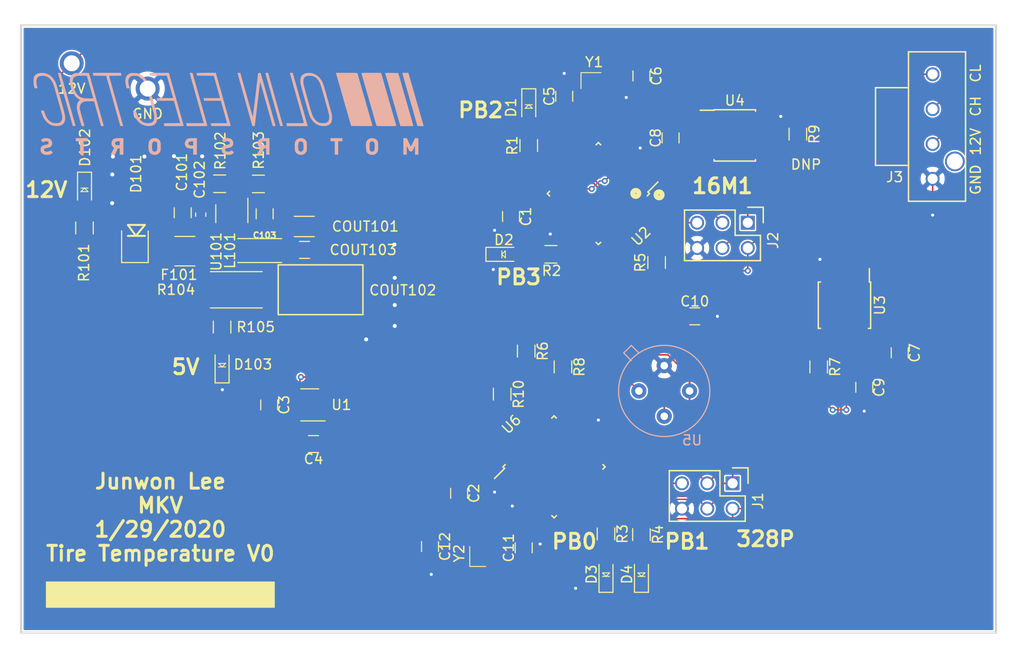
<source format=kicad_pcb>
(kicad_pcb (version 20171130) (host pcbnew 5.1.4-e60b266~84~ubuntu16.04.1)
  (layers (0 F.Cu signal) (31 B.Cu signal) (34 B.Paste user) (35 F.Paste user) (36 B.SilkS user) (37 F.SilkS user) (38 B.Mask user) (39 F.Mask user) (44 Edge.Cuts user))
  (net 0 "")
  (net 1 GND)
  (net 2 /12V)
  (net 3 VCC)
  (net 4 "Net-(C101-Pad1)")
  (net 5 "Net-(C103-Pad2)")
  (net 6 "Net-(C103-Pad1)")
  (net 7 "Net-(COUT101-Pad1)")
  (net 8 "Net-(D102-Pad2)")
  (net 9 "Net-(D103-Pad2)")
  (net 10 "Net-(R102-Pad1)")
  (net 11 /3.3V)
  (net 12 "Net-(C5-Pad1)")
  (net 13 "Net-(C6-Pad1)")
  (net 14 "Net-(C11-Pad1)")
  (net 15 "Net-(C12-Pad1)")
  (net 16 "Net-(D1-Pad2)")
  (net 17 "Net-(D2-Pad2)")
  (net 18 "Net-(D3-Pad2)")
  (net 19 "Net-(D4-Pad2)")
  (net 20 /RESET3.3V)
  (net 21 /SCK3.3V)
  (net 22 /MISO3.3V)
  (net 23 /MISO)
  (net 24 /SCK)
  (net 25 /MOSI)
  (net 26 /RESET)
  (net 27 /PROGRAMMINGLED1)
  (net 28 /PROGRAMMINGLED2)
  (net 29 /PROGRAMMINGLED3)
  (net 30 /PROGRAMMINGLED4)
  (net 31 /SCL)
  (net 32 "Net-(R7-Pad1)")
  (net 33 /SDA)
  (net 34 /CAN_L)
  (net 35 /CAN_H)
  (net 36 /CS5V)
  (net 37 /CAN_TX)
  (net 38 /CAN_RX)
  (net 39 /MISO5V)
  (net 40 /MOSI5V)
  (net 41 "Net-(U2-Pad13)")
  (net 42 "Net-(U2-Pad14)")
  (net 43 "Net-(U2-Pad15)")
  (net 44 "Net-(U2-Pad17)")
  (net 45 "Net-(U2-Pad18)")
  (net 46 "Net-(U2-Pad21)")
  (net 47 "Net-(U2-Pad22)")
  (net 48 "Net-(U2-Pad24)")
  (net 49 "Net-(U2-Pad25)")
  (net 50 "Net-(U2-Pad26)")
  (net 51 "Net-(U2-Pad27)")
  (net 52 /SCK5V)
  (net 53 "Net-(U2-Pad29)")
  (net 54 "Net-(U2-Pad30)")
  (net 55 "Net-(U2-Pad32)")
  (net 56 "Net-(U3-Pad6)")
  (net 57 "Net-(U3-Pad9)")
  (net 58 /CS3.3V)
  (net 59 /MOSI3.3V)
  (net 60 "Net-(U4-Pad5)")
  (net 61 "Net-(U6-Pad1)")
  (net 62 "Net-(U6-Pad2)")
  (net 63 "Net-(U6-Pad9)")
  (net 64 "Net-(U6-Pad10)")
  (net 65 "Net-(U6-Pad11)")
  (net 66 "Net-(U6-Pad19)")
  (net 67 "Net-(U6-Pad20)")
  (net 68 "Net-(U6-Pad22)")
  (net 69 "Net-(U6-Pad23)")
  (net 70 "Net-(U6-Pad24)")
  (net 71 "Net-(U6-Pad25)")
  (net 72 "Net-(U6-Pad26)")
  (net 73 "Net-(U6-Pad30)")
  (net 74 "Net-(U6-Pad31)")
  (net 75 "Net-(U6-Pad32)")
  (module footprints:MLX90621ESF-BAB-000-TU (layer B.Cu) (at 164.846 112.903 270)
    (fp_text reference U5 (at 4.953 -2.794) (layer B.SilkS) (effects (justify mirror)))
    (fp_text value MLX90621ESF-BAB-000-TU)
    (pad 4 thru_hole circle (at -2.54 0 270) (size 1.524 1.524) (drill 0.762) (layers *.Cu *.Mask) (net 1 GND))
    (pad 3 thru_hole circle (at 0 -2.54 270) (size 1.524 1.524) (drill 0.762) (layers *.Cu *.Mask) (net 11 /3.3V))
    (pad 2 thru_hole circle (at 2.54 0 270) (size 1.524 1.524) (drill 0.762) (layers *.Cu *.Mask) (net 33 /SDA))
    (pad 1 thru_hole circle (at 0 2.54 270) (size 1.524 1.524) (drill 0.762) (layers *.Cu *.Mask) (net 31 /SCL))
  )
  (module Package_QFP:TQFP-32_7x7mm_P0.8mm (layer F.Cu) (at 153.797 120.523 45)
    (fp_text reference U6 (at 0 -6.05 45) (layer F.SilkS))
    (fp_text value ATmega328P-AU)
    (pad 1 smd rect (at -4.25 -2.8 45) (size 1.6 0.55) (layers F.Cu F.Paste F.Mask) (net 61 "Net-(U6-Pad1)"))
    (pad 2 smd rect (at -4.25 -2 45) (size 1.6 0.55) (layers F.Cu F.Paste F.Mask) (net 62 "Net-(U6-Pad2)"))
    (pad 3 smd rect (at -4.25 -1.2 45) (size 1.6 0.55) (layers F.Cu F.Paste F.Mask) (net 1 GND))
    (pad 4 smd rect (at -4.25 -0.4 45) (size 1.6 0.55) (layers F.Cu F.Paste F.Mask) (net 11 /3.3V))
    (pad 5 smd rect (at -4.25 0.4 45) (size 1.6 0.55) (layers F.Cu F.Paste F.Mask) (net 1 GND))
    (pad 6 smd rect (at -4.25 1.2 45) (size 1.6 0.55) (layers F.Cu F.Paste F.Mask) (net 11 /3.3V))
    (pad 7 smd rect (at -4.25 2 45) (size 1.6 0.55) (layers F.Cu F.Paste F.Mask) (net 15 "Net-(C12-Pad1)"))
    (pad 8 smd rect (at -4.25 2.8 45) (size 1.6 0.55) (layers F.Cu F.Paste F.Mask) (net 14 "Net-(C11-Pad1)"))
    (pad 9 smd rect (at -2.8 4.25 135) (size 1.6 0.55) (layers F.Cu F.Paste F.Mask) (net 63 "Net-(U6-Pad9)"))
    (pad 10 smd rect (at -2 4.25 135) (size 1.6 0.55) (layers F.Cu F.Paste F.Mask) (net 64 "Net-(U6-Pad10)"))
    (pad 11 smd rect (at -1.2 4.25 135) (size 1.6 0.55) (layers F.Cu F.Paste F.Mask) (net 65 "Net-(U6-Pad11)"))
    (pad 12 smd rect (at -0.4 4.25 135) (size 1.6 0.55) (layers F.Cu F.Paste F.Mask) (net 29 /PROGRAMMINGLED3))
    (pad 13 smd rect (at 0.4 4.25 135) (size 1.6 0.55) (layers F.Cu F.Paste F.Mask) (net 30 /PROGRAMMINGLED4))
    (pad 14 smd rect (at 1.2 4.25 135) (size 1.6 0.55) (layers F.Cu F.Paste F.Mask) (net 58 /CS3.3V))
    (pad 15 smd rect (at 2 4.25 135) (size 1.6 0.55) (layers F.Cu F.Paste F.Mask) (net 59 /MOSI3.3V))
    (pad 16 smd rect (at 2.8 4.25 135) (size 1.6 0.55) (layers F.Cu F.Paste F.Mask) (net 22 /MISO3.3V))
    (pad 17 smd rect (at 4.25 2.8 45) (size 1.6 0.55) (layers F.Cu F.Paste F.Mask) (net 21 /SCK3.3V))
    (pad 18 smd rect (at 4.25 2 45) (size 1.6 0.55) (layers F.Cu F.Paste F.Mask) (net 11 /3.3V))
    (pad 19 smd rect (at 4.25 1.2 45) (size 1.6 0.55) (layers F.Cu F.Paste F.Mask) (net 66 "Net-(U6-Pad19)"))
    (pad 20 smd rect (at 4.25 0.4 45) (size 1.6 0.55) (layers F.Cu F.Paste F.Mask) (net 67 "Net-(U6-Pad20)"))
    (pad 21 smd rect (at 4.25 -0.4 45) (size 1.6 0.55) (layers F.Cu F.Paste F.Mask) (net 1 GND))
    (pad 22 smd rect (at 4.25 -1.2 45) (size 1.6 0.55) (layers F.Cu F.Paste F.Mask) (net 68 "Net-(U6-Pad22)"))
    (pad 23 smd rect (at 4.25 -2 45) (size 1.6 0.55) (layers F.Cu F.Paste F.Mask) (net 69 "Net-(U6-Pad23)"))
    (pad 24 smd rect (at 4.25 -2.8 45) (size 1.6 0.55) (layers F.Cu F.Paste F.Mask) (net 70 "Net-(U6-Pad24)"))
    (pad 25 smd rect (at 2.8 -4.25 135) (size 1.6 0.55) (layers F.Cu F.Paste F.Mask) (net 71 "Net-(U6-Pad25)"))
    (pad 26 smd rect (at 2 -4.25 135) (size 1.6 0.55) (layers F.Cu F.Paste F.Mask) (net 72 "Net-(U6-Pad26)"))
    (pad 27 smd rect (at 1.2 -4.25 135) (size 1.6 0.55) (layers F.Cu F.Paste F.Mask) (net 33 /SDA))
    (pad 28 smd rect (at 0.4 -4.25 135) (size 1.6 0.55) (layers F.Cu F.Paste F.Mask) (net 31 /SCL))
    (pad 29 smd rect (at -0.4 -4.25 135) (size 1.6 0.55) (layers F.Cu F.Paste F.Mask) (net 20 /RESET3.3V))
    (pad 30 smd rect (at -1.2 -4.25 135) (size 1.6 0.55) (layers F.Cu F.Paste F.Mask) (net 73 "Net-(U6-Pad30)"))
    (pad 31 smd rect (at -2 -4.25 135) (size 1.6 0.55) (layers F.Cu F.Paste F.Mask) (net 74 "Net-(U6-Pad31)"))
    (pad 32 smd rect (at -2.8 -4.25 135) (size 1.6 0.55) (layers F.Cu F.Paste F.Mask) (net 75 "Net-(U6-Pad32)"))
  )
  (module footprints:Pin_Header_Straight_2x03 (layer F.Cu) (at 173.228 96.012 270)
    (fp_text reference J2 (at 1.778 -2.54 90) (layer F.SilkS))
    (fp_text value CONN_02X03 hide)
    (pad 1 thru_hole rect (at 0 0 270) (size 1.4 1.4) (drill 1.016) (layers *.Cu *.Mask) (net 23 /MISO))
    (pad 2 thru_hole circle (at 2.54 0 270) (size 1.4 1.4) (drill 1.016) (layers *.Cu *.Mask) (net 3 VCC))
    (pad 3 thru_hole circle (at 0 2.54 270) (size 1.4 1.4) (drill 1.016) (layers *.Cu *.Mask) (net 24 /SCK))
    (pad 4 thru_hole circle (at 2.54 2.54 270) (size 1.4 1.4) (drill 1.016) (layers *.Cu *.Mask) (net 25 /MOSI))
    (pad 5 thru_hole circle (at 0 5.08 270) (size 1.4 1.4) (drill 1.016) (layers *.Cu *.Mask) (net 26 /RESET))
    (pad 6 thru_hole circle (at 2.54 5.08 270) (size 1.4 1.4) (drill 1.016) (layers *.Cu *.Mask) (net 1 GND))
  )
  (module footprints:L_100uH_OEM (layer F.Cu) (at 124.2697 98.80854)
    (fp_text reference L101 (at -2.9847 -0.00254 90) (layer F.SilkS))
    (fp_text value L_100uH hide)
    (pad 2 smd rect (at 1.6 0) (size 1.2 2) (layers F.Cu F.Paste F.Mask) (net 7 "Net-(COUT101-Pad1)"))
    (pad 1 smd rect (at -1.6 0) (size 1.2 2) (layers F.Cu F.Paste F.Mask) (net 5 "Net-(C103-Pad2)"))
  )
  (module footprints:Fuse_1812 (layer F.Cu) (at 127.6223 102.743)
    (fp_text reference COUT102 (at 10.9957 0.049) (layer F.SilkS))
    (fp_text value C_33uF hide)
    (pad 1 smd rect (at 0 0) (size 1.78 3.5) (layers F.Cu F.Paste F.Mask) (net 7 "Net-(COUT101-Pad1)"))
    (pad 2 smd rect (at 5.28 0) (size 1.78 3.5) (layers F.Cu F.Paste F.Mask) (net 1 GND))
  )
  (module footprints:C_0805_OEM (layer F.Cu) (at 124.7648 95.123 270)
    (fp_text reference C103 (at 2.159 0.0032) (layer F.SilkS) (effects (font (size 0.6 0.6))))
    (fp_text value C_0.1uF hide)
    (pad 2 smd rect (at 1 0 270) (size 1 1.25) (layers F.Cu F.Paste F.Mask) (net 5 "Net-(C103-Pad2)"))
    (pad 1 smd rect (at -1 0 270) (size 1 1.25) (layers F.Cu F.Paste F.Mask) (net 6 "Net-(C103-Pad1)"))
  )
  (module footprints:Fuse_1210 (layer F.Cu) (at 116.7638 98.8695 180)
    (fp_text reference F101 (at 0.5958 -2.3725 180) (layer F.SilkS))
    (fp_text value F_500mA_16V hide)
    (pad 2 smd rect (at 1.45 0 180) (size 0.9 2.5) (layers F.Cu F.Paste F.Mask) (net 2 /12V))
    (pad 1 smd rect (at -1.45 0 180) (size 0.9 2.5) (layers F.Cu F.Paste F.Mask) (net 4 "Net-(C101-Pad1)"))
  )
  (module footprints:R_0805_OEM (layer F.Cu) (at 124.13742 92.12072 180)
    (fp_text reference R103 (at -0.03058 3.37872 270) (layer F.SilkS))
    (fp_text value R_100K hide)
    (pad 1 smd rect (at -0.95 0 180) (size 0.7 1.3) (layers F.Cu F.Paste F.Mask) (net 7 "Net-(COUT101-Pad1)"))
    (pad 2 smd rect (at 0.95 0 180) (size 0.7 1.3) (layers F.Cu F.Paste F.Mask) (net 10 "Net-(R102-Pad1)"))
  )
  (module footprints:R_0805_OEM (layer F.Cu) (at 120.25122 92.10548 180)
    (fp_text reference R102 (at -0.06678 3.31348 270) (layer F.SilkS))
    (fp_text value R_25K hide)
    (pad 2 smd rect (at 0.95 0 180) (size 0.7 1.3) (layers F.Cu F.Paste F.Mask) (net 1 GND))
    (pad 1 smd rect (at -0.95 0 180) (size 0.7 1.3) (layers F.Cu F.Paste F.Mask) (net 10 "Net-(R102-Pad1)"))
  )
  (module footprints:R_0805_OEM (layer F.Cu) (at 120.493 106.492 270)
    (fp_text reference R105 (at 0 -3.375) (layer F.SilkS))
    (fp_text value R_200 hide)
    (pad 1 smd rect (at -0.95 0 270) (size 0.7 1.3) (layers F.Cu F.Paste F.Mask) (net 3 VCC))
    (pad 2 smd rect (at 0.95 0 270) (size 0.7 1.3) (layers F.Cu F.Paste F.Mask) (net 9 "Net-(D103-Pad2)"))
  )
  (module footprints:R_2512_OEM (layer F.Cu) (at 121.9212 102.74808 180)
    (fp_text reference R104 (at 6.0532 0.00608 180) (layer F.SilkS))
    (fp_text value R_0_2512 hide)
    (pad 1 smd rect (at -3.1 0 180) (size 1 3.2) (layers F.Cu F.Paste F.Mask) (net 7 "Net-(COUT101-Pad1)"))
    (pad 2 smd rect (at 3.1 0 180) (size 1 3.2) (layers F.Cu F.Paste F.Mask) (net 3 VCC))
  )
  (module footprints:SOT-23-6_OEM (layer F.Cu) (at 121.4706 95.1078 270)
    (fp_text reference U101 (at 3.8092 1.5526 270) (layer F.SilkS))
    (fp_text value TPS560430YF hide)
    (pad 1 smd rect (at -1.1 -0.95 270) (size 1.06 0.65) (layers F.Cu F.Paste F.Mask) (net 6 "Net-(C103-Pad1)"))
    (pad 2 smd rect (at -1.1 0 270) (size 1.06 0.65) (layers F.Cu F.Paste F.Mask) (net 1 GND))
    (pad 3 smd rect (at -1.1 0.95 270) (size 1.06 0.65) (layers F.Cu F.Paste F.Mask) (net 10 "Net-(R102-Pad1)"))
    (pad 4 smd rect (at 1.1 0.95 270) (size 1.06 0.65) (layers F.Cu F.Paste F.Mask) (net 4 "Net-(C101-Pad1)"))
    (pad 6 smd rect (at 1.1 -0.95 270) (size 1.06 0.65) (layers F.Cu F.Paste F.Mask) (net 5 "Net-(C103-Pad2)"))
    (pad 5 smd rect (at 1.1 0 270) (size 1.06 0.65) (layers F.Cu F.Paste F.Mask) (net 4 "Net-(C101-Pad1)"))
  )
  (module footprints:C_1206_OEM (layer F.Cu) (at 128.7413 96.393)
    (fp_text reference COUT101 (at 6.1267 -0.001) (layer F.SilkS))
    (fp_text value C_22uF hide)
    (pad 1 smd rect (at -1.5 0) (size 1 1.6) (layers F.Cu F.Paste F.Mask) (net 7 "Net-(COUT101-Pad1)"))
    (pad 2 smd rect (at 1.5 0) (size 1 1.6) (layers F.Cu F.Paste F.Mask) (net 1 GND))
  )
  (module footprints:C_0805_OEM (layer F.Cu) (at 128.7653 98.7425)
    (fp_text reference COUT103 (at 5.8777 -0.0005) (layer F.SilkS))
    (fp_text value C_47uF hide)
    (pad 1 smd rect (at -1 0) (size 1 1.25) (layers F.Cu F.Paste F.Mask) (net 7 "Net-(COUT101-Pad1)"))
    (pad 2 smd rect (at 1 0) (size 1 1.25) (layers F.Cu F.Paste F.Mask) (net 1 GND))
  )
  (module footprints:DO-214AA (layer F.Cu) (at 111.7473 96.8375 90)
    (fp_text reference D101 (at 5.7205 0.1207 270) (layer F.SilkS))
    (fp_text value D_Zener_18V hide)
    (pad 2 smd rect (at 2.032 0 270) (size 1.778 2.159) (layers F.Cu F.Paste F.Mask) (net 1 GND))
    (pad 1 smd rect (at -2.032 0 270) (size 1.778 2.159) (layers F.Cu F.Paste F.Mask) (net 2 /12V))
  )
  (module footprints:LED_0805_OEM (layer F.Cu) (at 120.493 110.292 90)
    (fp_text reference D103 (at 0.05 3.1 180) (layer F.SilkS))
    (fp_text value LED_0805 hide)
    (pad 2 smd rect (at 1.1 0 270) (size 1.2 1.2) (layers F.Cu F.Paste F.Mask) (net 9 "Net-(D103-Pad2)"))
    (pad 1 smd rect (at -1.1 0 270) (size 1.2 1.2) (layers F.Cu F.Paste F.Mask) (net 1 GND))
  )
  (module footprints:Logo_Large (layer B.Cu) (at 121.158 85.09 180)
    (fp_text reference G*** hide)
    (fp_text value LOGO hide)
  )
  (module footprints:LED_0805_OEM (layer F.Cu) (at 106.693 92.742 270)
    (fp_text reference D102 (at -4.275 -0.05 90) (layer F.SilkS))
    (fp_text value LED_0805 hide)
    (pad 2 smd rect (at 1.1 0 90) (size 1.2 1.2) (layers F.Cu F.Paste F.Mask) (net 8 "Net-(D102-Pad2)"))
    (pad 1 smd rect (at -1.1 0 90) (size 1.2 1.2) (layers F.Cu F.Paste F.Mask) (net 1 GND))
  )
  (module footprints:R_0805_OEM (layer F.Cu) (at 106.693 96.542 90)
    (fp_text reference R101 (at -3.5 -0.05 270) (layer F.SilkS))
    (fp_text value R_200 hide)
    (pad 1 smd rect (at -0.95 0 90) (size 0.7 1.3) (layers F.Cu F.Paste F.Mask) (net 4 "Net-(C101-Pad1)"))
    (pad 2 smd rect (at 0.95 0 90) (size 0.7 1.3) (layers F.Cu F.Paste F.Mask) (net 8 "Net-(D102-Pad2)"))
  )
  (module footprints:C_0805_OEM (layer F.Cu) (at 116.54536 95.012 90)
    (fp_text reference C101 (at 4.064 -0.08636 90) (layer F.SilkS))
    (fp_text value C_0.1uF hide)
    (pad 2 smd rect (at 1 0 90) (size 1 1.25) (layers F.Cu F.Paste F.Mask) (net 1 GND))
    (pad 1 smd rect (at -1 0 90) (size 1 1.25) (layers F.Cu F.Paste F.Mask) (net 4 "Net-(C101-Pad1)"))
  )
  (module footprints:C_0603_1608Metric (layer F.Cu) (at 118.3513 95.2025 90)
    (fp_text reference C102 (at 3.5085 -0.1143 90) (layer F.SilkS))
    (fp_text value C_2.2uF)
    (pad 1 smd roundrect (at -0.7875 0 90) (size 0.875 0.95) (layers F.Cu F.Paste F.Mask) (net 4 "Net-(C101-Pad1)"))
    (pad 2 smd roundrect (at 0.7875 0 90) (size 0.875 0.95) (layers F.Cu F.Paste F.Mask) (net 1 GND))
  )
  (module footprints:C_0805_OEM (layer F.Cu) (at 149.479 95.393 270)
    (fp_text reference C1 (at 0 -1.5 90) (layer F.SilkS))
    (fp_text value C_0.1uF hide)
    (pad 1 smd rect (at -1 0 270) (size 1 1.25) (layers F.Cu F.Paste F.Mask) (net 3 VCC))
    (pad 2 smd rect (at 1 0 270) (size 1 1.25) (layers F.Cu F.Paste F.Mask) (net 1 GND))
  )
  (module footprints:C_0805_OEM (layer F.Cu) (at 144.272 123.174 270)
    (fp_text reference C2 (at 0 -1.5 90) (layer F.SilkS))
    (fp_text value C_0.1uF hide)
    (pad 1 smd rect (at -1 0 270) (size 1 1.25) (layers F.Cu F.Paste F.Mask) (net 11 /3.3V))
    (pad 2 smd rect (at 1 0 270) (size 1 1.25) (layers F.Cu F.Paste F.Mask) (net 1 GND))
  )
  (module footprints:C_0805_OEM (layer F.Cu) (at 125.222 114.3 270)
    (fp_text reference C3 (at 0 -1.5 90) (layer F.SilkS))
    (fp_text value C_0.1uF hide)
    (pad 1 smd rect (at -1 0 270) (size 1 1.25) (layers F.Cu F.Paste F.Mask) (net 3 VCC))
    (pad 2 smd rect (at 1 0 270) (size 1 1.25) (layers F.Cu F.Paste F.Mask) (net 1 GND))
  )
  (module footprints:C_0805_OEM (layer F.Cu) (at 129.667 118.237 180)
    (fp_text reference C4 (at 0 -1.5) (layer F.SilkS))
    (fp_text value C_0.1uF hide)
    (pad 2 smd rect (at 1 0 180) (size 1 1.25) (layers F.Cu F.Paste F.Mask) (net 1 GND))
    (pad 1 smd rect (at -1 0 180) (size 1 1.25) (layers F.Cu F.Paste F.Mask) (net 11 /3.3V))
  )
  (module footprints:C_0805_OEM (layer F.Cu) (at 154.813 83.328 90)
    (fp_text reference C5 (at 0 -1.5 90) (layer F.SilkS))
    (fp_text value C_30pF hide)
    (pad 2 smd rect (at 1 0 90) (size 1 1.25) (layers F.Cu F.Paste F.Mask) (net 1 GND))
    (pad 1 smd rect (at -1 0 90) (size 1 1.25) (layers F.Cu F.Paste F.Mask) (net 12 "Net-(C5-Pad1)"))
  )
  (module footprints:C_0805_OEM (layer F.Cu) (at 162.56 81.28 270)
    (fp_text reference C6 (at 0 -1.5 90) (layer F.SilkS))
    (fp_text value C_30pF hide)
    (pad 1 smd rect (at -1 0 270) (size 1 1.25) (layers F.Cu F.Paste F.Mask) (net 13 "Net-(C6-Pad1)"))
    (pad 2 smd rect (at 1 0 270) (size 1 1.25) (layers F.Cu F.Paste F.Mask) (net 1 GND))
  )
  (module footprints:C_0805_OEM (layer F.Cu) (at 188.468 109.077 270)
    (fp_text reference C7 (at 0 -1.5 90) (layer F.SilkS))
    (fp_text value C_0.1uF hide)
    (pad 1 smd rect (at -1 0 270) (size 1 1.25) (layers F.Cu F.Paste F.Mask) (net 3 VCC))
    (pad 2 smd rect (at 1 0 270) (size 1 1.25) (layers F.Cu F.Paste F.Mask) (net 1 GND))
  )
  (module footprints:C_0805_OEM (layer F.Cu) (at 165.481 87.503 90)
    (fp_text reference C8 (at 0 -1.5 90) (layer F.SilkS))
    (fp_text value C_0.1uF hide)
    (pad 2 smd rect (at 1 0 90) (size 1 1.25) (layers F.Cu F.Paste F.Mask) (net 1 GND))
    (pad 1 smd rect (at -1 0 90) (size 1 1.25) (layers F.Cu F.Paste F.Mask) (net 3 VCC))
  )
  (module footprints:C_0805_OEM (layer F.Cu) (at 184.912 112.538 270)
    (fp_text reference C9 (at 0 -1.5 90) (layer F.SilkS))
    (fp_text value C_0.1uF hide)
    (pad 2 smd rect (at 1 0 270) (size 1 1.25) (layers F.Cu F.Paste F.Mask) (net 1 GND))
    (pad 1 smd rect (at -1 0 270) (size 1 1.25) (layers F.Cu F.Paste F.Mask) (net 11 /3.3V))
  )
  (module footprints:C_0805_OEM (layer F.Cu) (at 167.91 105.41)
    (fp_text reference C10 (at 0 -1.5) (layer F.SilkS))
    (fp_text value C_0.1uF hide)
    (pad 1 smd rect (at -1 0) (size 1 1.25) (layers F.Cu F.Paste F.Mask) (net 11 /3.3V))
    (pad 2 smd rect (at 1 0) (size 1 1.25) (layers F.Cu F.Paste F.Mask) (net 1 GND))
  )
  (module footprints:C_0805_OEM (layer F.Cu) (at 150.749 128.651 90)
    (fp_text reference C11 (at 0 -1.5 90) (layer F.SilkS))
    (fp_text value C_30pF hide)
    (pad 1 smd rect (at -1 0 90) (size 1 1.25) (layers F.Cu F.Paste F.Mask) (net 14 "Net-(C11-Pad1)"))
    (pad 2 smd rect (at 1 0 90) (size 1 1.25) (layers F.Cu F.Paste F.Mask) (net 1 GND))
  )
  (module footprints:C_0805_OEM (layer F.Cu) (at 141.351 128.524 270)
    (fp_text reference C12 (at 0 -1.5 90) (layer F.SilkS))
    (fp_text value C_30pF hide)
    (pad 2 smd rect (at 1 0 270) (size 1 1.25) (layers F.Cu F.Paste F.Mask) (net 1 GND))
    (pad 1 smd rect (at -1 0 270) (size 1 1.25) (layers F.Cu F.Paste F.Mask) (net 15 "Net-(C12-Pad1)"))
  )
  (module footprints:LED_0805_OEM (layer F.Cu) (at 151.257 84.371 270)
    (fp_text reference D1 (at 0.084 1.778 90) (layer F.SilkS))
    (fp_text value LED_0805 hide)
    (pad 1 smd rect (at -1.1 0 90) (size 1.2 1.2) (layers F.Cu F.Paste F.Mask) (net 1 GND))
    (pad 2 smd rect (at 1.1 0 90) (size 1.2 1.2) (layers F.Cu F.Paste F.Mask) (net 16 "Net-(D1-Pad2)"))
  )
  (module footprints:LED_0805_OEM (layer F.Cu) (at 148.76 99.187)
    (fp_text reference D2 (at 0 -1.45) (layer F.SilkS))
    (fp_text value LED_0805 hide)
    (pad 1 smd rect (at -1.1 0 180) (size 1.2 1.2) (layers F.Cu F.Paste F.Mask) (net 1 GND))
    (pad 2 smd rect (at 1.1 0 180) (size 1.2 1.2) (layers F.Cu F.Paste F.Mask) (net 17 "Net-(D2-Pad2)"))
  )
  (module footprints:LED_0805_OEM (layer F.Cu) (at 159.004 131.318 90)
    (fp_text reference D3 (at 0 -1.45 90) (layer F.SilkS))
    (fp_text value LED_0805 hide)
    (pad 2 smd rect (at 1.1 0 270) (size 1.2 1.2) (layers F.Cu F.Paste F.Mask) (net 18 "Net-(D3-Pad2)"))
    (pad 1 smd rect (at -1.1 0 270) (size 1.2 1.2) (layers F.Cu F.Paste F.Mask) (net 1 GND))
  )
  (module footprints:LED_0805_OEM (layer F.Cu) (at 162.56 131.318 90)
    (fp_text reference D4 (at 0 -1.45 90) (layer F.SilkS))
    (fp_text value LED_0805 hide)
    (pad 1 smd rect (at -1.1 0 270) (size 1.2 1.2) (layers F.Cu F.Paste F.Mask) (net 1 GND))
    (pad 2 smd rect (at 1.1 0 270) (size 1.2 1.2) (layers F.Cu F.Paste F.Mask) (net 19 "Net-(D4-Pad2)"))
  )
  (module footprints:Pin_Header_Straight_2x03 (layer F.Cu) (at 171.704 122.174 270)
    (fp_text reference J1 (at 1.778 -2.54 90) (layer F.SilkS))
    (fp_text value CONN_02X03 hide)
    (pad 6 thru_hole circle (at 2.54 5.08 270) (size 1.4 1.4) (drill 1.016) (layers *.Cu *.Mask) (net 1 GND))
    (pad 5 thru_hole circle (at 0 5.08 270) (size 1.4 1.4) (drill 1.016) (layers *.Cu *.Mask) (net 20 /RESET3.3V))
    (pad 4 thru_hole circle (at 2.54 2.54 270) (size 1.4 1.4) (drill 1.016) (layers *.Cu *.Mask) (net 59 /MOSI3.3V))
    (pad 3 thru_hole circle (at 0 2.54 270) (size 1.4 1.4) (drill 1.016) (layers *.Cu *.Mask) (net 21 /SCK3.3V))
    (pad 2 thru_hole circle (at 2.54 0 270) (size 1.4 1.4) (drill 1.016) (layers *.Cu *.Mask) (net 11 /3.3V))
    (pad 1 thru_hole rect (at 0 0 270) (size 1.4 1.4) (drill 1.016) (layers *.Cu *.Mask) (net 22 /MISO3.3V))
  )
  (module footprints:R_0805_OEM (layer F.Cu) (at 151.257 88.265 90)
    (fp_text reference R1 (at 0 -1.65 90) (layer F.SilkS))
    (fp_text value R_200 hide)
    (pad 1 smd rect (at -0.95 0 90) (size 0.7 1.3) (layers F.Cu F.Paste F.Mask) (net 27 /PROGRAMMINGLED1))
    (pad 2 smd rect (at 0.95 0 90) (size 0.7 1.3) (layers F.Cu F.Paste F.Mask) (net 16 "Net-(D1-Pad2)"))
  )
  (module footprints:R_0805_OEM (layer F.Cu) (at 153.477 99.187 180)
    (fp_text reference R2 (at -0.066 -1.651) (layer F.SilkS))
    (fp_text value R_200 hide)
    (pad 1 smd rect (at -0.95 0 180) (size 0.7 1.3) (layers F.Cu F.Paste F.Mask) (net 28 /PROGRAMMINGLED2))
    (pad 2 smd rect (at 0.95 0 180) (size 0.7 1.3) (layers F.Cu F.Paste F.Mask) (net 17 "Net-(D2-Pad2)"))
  )
  (module footprints:R_0805_OEM (layer F.Cu) (at 159.004 127.254 270)
    (fp_text reference R3 (at 0 -1.65 90) (layer F.SilkS))
    (fp_text value R_200 hide)
    (pad 2 smd rect (at 0.95 0 270) (size 0.7 1.3) (layers F.Cu F.Paste F.Mask) (net 18 "Net-(D3-Pad2)"))
    (pad 1 smd rect (at -0.95 0 270) (size 0.7 1.3) (layers F.Cu F.Paste F.Mask) (net 29 /PROGRAMMINGLED3))
  )
  (module footprints:R_0805_OEM (layer F.Cu) (at 162.56 127.32 270)
    (fp_text reference R4 (at 0 -1.65 90) (layer F.SilkS))
    (fp_text value R_200 hide)
    (pad 2 smd rect (at 0.95 0 270) (size 0.7 1.3) (layers F.Cu F.Paste F.Mask) (net 19 "Net-(D4-Pad2)"))
    (pad 1 smd rect (at -0.95 0 270) (size 0.7 1.3) (layers F.Cu F.Paste F.Mask) (net 30 /PROGRAMMINGLED4))
  )
  (module footprints:R_0805_OEM (layer F.Cu) (at 164.084 100.01 90)
    (fp_text reference R5 (at 0 -1.65 90) (layer F.SilkS))
    (fp_text value R_10K hide)
    (pad 1 smd rect (at -0.95 0 90) (size 0.7 1.3) (layers F.Cu F.Paste F.Mask) (net 3 VCC))
    (pad 2 smd rect (at 0.95 0 90) (size 0.7 1.3) (layers F.Cu F.Paste F.Mask) (net 26 /RESET))
  )
  (module footprints:R_0805_OEM (layer F.Cu) (at 151.003 108.905 270)
    (fp_text reference R6 (at 0 -1.65 90) (layer F.SilkS))
    (fp_text value R_4.7K hide)
    (pad 2 smd rect (at 0.95 0 270) (size 0.7 1.3) (layers F.Cu F.Paste F.Mask) (net 31 /SCL))
    (pad 1 smd rect (at -0.95 0 270) (size 0.7 1.3) (layers F.Cu F.Paste F.Mask) (net 11 /3.3V))
  )
  (module footprints:R_0805_OEM (layer F.Cu) (at 180.34 110.49 270)
    (fp_text reference R7 (at 0 -1.65 90) (layer F.SilkS))
    (fp_text value R_10K hide)
    (pad 1 smd rect (at -0.95 0 270) (size 0.7 1.3) (layers F.Cu F.Paste F.Mask) (net 32 "Net-(R7-Pad1)"))
    (pad 2 smd rect (at 0.95 0 270) (size 0.7 1.3) (layers F.Cu F.Paste F.Mask) (net 3 VCC))
  )
  (module footprints:R_0805_OEM (layer F.Cu) (at 154.686 110.49 270)
    (fp_text reference R8 (at 0 -1.65 90) (layer F.SilkS))
    (fp_text value R_4.7K hide)
    (pad 1 smd rect (at -0.95 0 270) (size 0.7 1.3) (layers F.Cu F.Paste F.Mask) (net 11 /3.3V))
    (pad 2 smd rect (at 0.95 0 270) (size 0.7 1.3) (layers F.Cu F.Paste F.Mask) (net 33 /SDA))
  )
  (module footprints:R_0805_OEM (layer F.Cu) (at 178.247 87.122 270)
    (fp_text reference R9 (at 0 -1.65 90) (layer F.SilkS))
    (fp_text value R_120_DNP hide)
    (pad 2 smd rect (at 0.95 0 270) (size 0.7 1.3) (layers F.Cu F.Paste F.Mask) (net 34 /CAN_L))
    (pad 1 smd rect (at -0.95 0 270) (size 0.7 1.3) (layers F.Cu F.Paste F.Mask) (net 35 /CAN_H))
  )
  (module footprints:R_0805_OEM (layer F.Cu) (at 148.59 113.223 270)
    (fp_text reference R10 (at 0 -1.65 90) (layer F.SilkS))
    (fp_text value R_10K hide)
    (pad 2 smd rect (at 0.95 0 270) (size 0.7 1.3) (layers F.Cu F.Paste F.Mask) (net 20 /RESET3.3V))
    (pad 1 smd rect (at -0.95 0 270) (size 0.7 1.3) (layers F.Cu F.Paste F.Mask) (net 11 /3.3V))
  )
  (module footprints:SOT-23-3_OEM (layer F.Cu) (at 130.302 114.3 180)
    (fp_text reference U1 (at -2.159 0) (layer F.SilkS))
    (fp_text value LM3480 hide)
    (pad 3 smd rect (at 2 -1.05 180) (size 0.9 0.8) (layers F.Cu F.Paste F.Mask) (net 1 GND))
    (pad 2 smd rect (at 2 1.05 180) (size 0.9 0.8) (layers F.Cu F.Paste F.Mask) (net 3 VCC))
    (pad 1 smd rect (at 0 0 180) (size 0.9 0.8) (layers F.Cu F.Paste F.Mask) (net 11 /3.3V))
  )
  (module footprints:TQFP-32_7x7mm_Pitch0.8mm (layer F.Cu) (at 158.242 93.091 225)
    (fp_text reference U2 (at 0 -6.05 45) (layer F.SilkS))
    (fp_text value ATMEGA16M1 hide)
    (pad 1 smd rect (at -4.25 -2.8 225) (size 1.6 0.55) (layers F.Cu F.Paste F.Mask) (net 23 /MISO))
    (pad 2 smd rect (at -4.25 -2 225) (size 1.6 0.55) (layers F.Cu F.Paste F.Mask) (net 25 /MOSI))
    (pad 3 smd rect (at -4.25 -1.2 225) (size 1.6 0.55) (layers F.Cu F.Paste F.Mask) (net 36 /CS5V))
    (pad 4 smd rect (at -4.25 -0.4 225) (size 1.6 0.55) (layers F.Cu F.Paste F.Mask) (net 3 VCC))
    (pad 5 smd rect (at -4.25 0.4 225) (size 1.6 0.55) (layers F.Cu F.Paste F.Mask) (net 1 GND))
    (pad 6 smd rect (at -4.25 1.2 225) (size 1.6 0.55) (layers F.Cu F.Paste F.Mask) (net 37 /CAN_TX))
    (pad 7 smd rect (at -4.25 2 225) (size 1.6 0.55) (layers F.Cu F.Paste F.Mask) (net 38 /CAN_RX))
    (pad 8 smd rect (at -4.25 2.8 225) (size 1.6 0.55) (layers F.Cu F.Paste F.Mask) (net 39 /MISO5V))
    (pad 9 smd rect (at -2.8 4.25 315) (size 1.6 0.55) (layers F.Cu F.Paste F.Mask) (net 40 /MOSI5V))
    (pad 10 smd rect (at -2 4.25 315) (size 1.6 0.55) (layers F.Cu F.Paste F.Mask) (net 13 "Net-(C6-Pad1)"))
    (pad 11 smd rect (at -1.2 4.25 315) (size 1.6 0.55) (layers F.Cu F.Paste F.Mask) (net 12 "Net-(C5-Pad1)"))
    (pad 12 smd rect (at -0.4 4.25 315) (size 1.6 0.55) (layers F.Cu F.Paste F.Mask) (net 24 /SCK))
    (pad 13 smd rect (at 0.4 4.25 315) (size 1.6 0.55) (layers F.Cu F.Paste F.Mask) (net 41 "Net-(U2-Pad13)"))
    (pad 14 smd rect (at 1.2 4.25 315) (size 1.6 0.55) (layers F.Cu F.Paste F.Mask) (net 42 "Net-(U2-Pad14)"))
    (pad 15 smd rect (at 2 4.25 315) (size 1.6 0.55) (layers F.Cu F.Paste F.Mask) (net 43 "Net-(U2-Pad15)"))
    (pad 16 smd rect (at 2.8 4.25 315) (size 1.6 0.55) (layers F.Cu F.Paste F.Mask) (net 27 /PROGRAMMINGLED1))
    (pad 17 smd rect (at 4.25 2.8 225) (size 1.6 0.55) (layers F.Cu F.Paste F.Mask) (net 44 "Net-(U2-Pad17)"))
    (pad 18 smd rect (at 4.25 2 225) (size 1.6 0.55) (layers F.Cu F.Paste F.Mask) (net 45 "Net-(U2-Pad18)"))
    (pad 19 smd rect (at 4.25 1.2 225) (size 1.6 0.55) (layers F.Cu F.Paste F.Mask) (net 3 VCC))
    (pad 20 smd rect (at 4.25 0.4 225) (size 1.6 0.55) (layers F.Cu F.Paste F.Mask) (net 1 GND))
    (pad 21 smd rect (at 4.25 -0.4 225) (size 1.6 0.55) (layers F.Cu F.Paste F.Mask) (net 46 "Net-(U2-Pad21)"))
    (pad 22 smd rect (at 4.25 -1.2 225) (size 1.6 0.55) (layers F.Cu F.Paste F.Mask) (net 47 "Net-(U2-Pad22)"))
    (pad 23 smd rect (at 4.25 -2 225) (size 1.6 0.55) (layers F.Cu F.Paste F.Mask) (net 28 /PROGRAMMINGLED2))
    (pad 24 smd rect (at 4.25 -2.8 225) (size 1.6 0.55) (layers F.Cu F.Paste F.Mask) (net 48 "Net-(U2-Pad24)"))
    (pad 25 smd rect (at 2.8 -4.25 315) (size 1.6 0.55) (layers F.Cu F.Paste F.Mask) (net 49 "Net-(U2-Pad25)"))
    (pad 26 smd rect (at 2 -4.25 315) (size 1.6 0.55) (layers F.Cu F.Paste F.Mask) (net 50 "Net-(U2-Pad26)"))
    (pad 27 smd rect (at 1.2 -4.25 315) (size 1.6 0.55) (layers F.Cu F.Paste F.Mask) (net 51 "Net-(U2-Pad27)"))
    (pad 28 smd rect (at 0.4 -4.25 315) (size 1.6 0.55) (layers F.Cu F.Paste F.Mask) (net 52 /SCK5V))
    (pad 29 smd rect (at -0.4 -4.25 315) (size 1.6 0.55) (layers F.Cu F.Paste F.Mask) (net 53 "Net-(U2-Pad29)"))
    (pad 30 smd rect (at -1.2 -4.25 315) (size 1.6 0.55) (layers F.Cu F.Paste F.Mask) (net 54 "Net-(U2-Pad30)"))
    (pad 31 smd rect (at -2 -4.25 315) (size 1.6 0.55) (layers F.Cu F.Paste F.Mask) (net 26 /RESET))
    (pad 32 smd rect (at -2.8 -4.25 315) (size 1.6 0.55) (layers F.Cu F.Paste F.Mask) (net 55 "Net-(U2-Pad32)"))
  )
  (module Package_SO:TSSOP-14_4.4x5mm_P0.65mm (layer F.Cu) (at 182.925 104.296 270)
    (fp_text reference U3 (at 0 -3.55 90) (layer F.SilkS))
    (fp_text value TXB0104)
    (pad 1 smd rect (at -2.95 -1.95 270) (size 1.45 0.45) (layers F.Cu F.Paste F.Mask) (net 3 VCC))
    (pad 2 smd rect (at -2.95 -1.3 270) (size 1.45 0.45) (layers F.Cu F.Paste F.Mask) (net 52 /SCK5V))
    (pad 3 smd rect (at -2.95 -0.65 270) (size 1.45 0.45) (layers F.Cu F.Paste F.Mask) (net 39 /MISO5V))
    (pad 4 smd rect (at -2.95 0 270) (size 1.45 0.45) (layers F.Cu F.Paste F.Mask) (net 40 /MOSI5V))
    (pad 5 smd rect (at -2.95 0.65 270) (size 1.45 0.45) (layers F.Cu F.Paste F.Mask) (net 36 /CS5V))
    (pad 6 smd rect (at -2.95 1.3 270) (size 1.45 0.45) (layers F.Cu F.Paste F.Mask) (net 56 "Net-(U3-Pad6)"))
    (pad 7 smd rect (at -2.95 1.95 270) (size 1.45 0.45) (layers F.Cu F.Paste F.Mask) (net 1 GND))
    (pad 8 smd rect (at 2.95 1.95 270) (size 1.45 0.45) (layers F.Cu F.Paste F.Mask) (net 32 "Net-(R7-Pad1)"))
    (pad 9 smd rect (at 2.95 1.3 270) (size 1.45 0.45) (layers F.Cu F.Paste F.Mask) (net 57 "Net-(U3-Pad9)"))
    (pad 10 smd rect (at 2.95 0.65 270) (size 1.45 0.45) (layers F.Cu F.Paste F.Mask) (net 58 /CS3.3V))
    (pad 11 smd rect (at 2.95 0 270) (size 1.45 0.45) (layers F.Cu F.Paste F.Mask) (net 59 /MOSI3.3V))
    (pad 12 smd rect (at 2.95 -0.65 270) (size 1.45 0.45) (layers F.Cu F.Paste F.Mask) (net 22 /MISO3.3V))
    (pad 13 smd rect (at 2.95 -1.3 270) (size 1.45 0.45) (layers F.Cu F.Paste F.Mask) (net 21 /SCK3.3V))
    (pad 14 smd rect (at 2.95 -1.95 270) (size 1.45 0.45) (layers F.Cu F.Paste F.Mask) (net 11 /3.3V))
  )
  (module footprints:SOIC-8_3.9x4.9mm_Pitch1.27mm_OEM (layer F.Cu) (at 171.925 87.249)
    (fp_text reference U4 (at 0 -3.5) (layer F.SilkS))
    (fp_text value MCP2561-E_SN hide)
    (pad 1 smd rect (at -2.7 -1.905) (size 1.55 0.6) (layers F.Cu F.Paste F.Mask) (net 37 /CAN_TX))
    (pad 2 smd rect (at -2.7 -0.635) (size 1.55 0.6) (layers F.Cu F.Paste F.Mask) (net 1 GND))
    (pad 3 smd rect (at -2.7 0.635) (size 1.55 0.6) (layers F.Cu F.Paste F.Mask) (net 3 VCC))
    (pad 4 smd rect (at -2.7 1.905) (size 1.55 0.6) (layers F.Cu F.Paste F.Mask) (net 38 /CAN_RX))
    (pad 5 smd rect (at 2.7 1.905) (size 1.55 0.6) (layers F.Cu F.Paste F.Mask) (net 60 "Net-(U4-Pad5)"))
    (pad 6 smd rect (at 2.7 0.635) (size 1.55 0.6) (layers F.Cu F.Paste F.Mask) (net 34 /CAN_L))
    (pad 7 smd rect (at 2.7 -0.635) (size 1.55 0.6) (layers F.Cu F.Paste F.Mask) (net 35 /CAN_H))
    (pad 8 smd rect (at 2.7 -1.905) (size 1.55 0.6) (layers F.Cu F.Paste F.Mask) (net 1 GND))
  )
  (module footprints:Crystal_SMD_FA238 (layer F.Cu) (at 158.496 82.55)
    (fp_text reference Y1 (at -0.67564 -2.66192) (layer F.SilkS))
    (fp_text value Crystal_SMD hide)
    (pad 4 smd rect (at -1.1 -0.8) (size 1.4 1.2) (layers F.Cu F.Mask) (net 1 GND))
    (pad 3 smd rect (at 1.1 -0.8) (size 1.4 1.2) (layers F.Cu F.Mask) (net 13 "Net-(C6-Pad1)"))
    (pad 2 smd rect (at 1.1 0.8) (size 1.4 1.2) (layers F.Cu F.Mask) (net 1 GND))
    (pad 1 smd rect (at -1.1 0.8) (size 1.4 1.2) (layers F.Cu F.Mask) (net 12 "Net-(C5-Pad1)"))
  )
  (module footprints:Crystal_SMD_FA238 (layer F.Cu) (at 146.939 128.524 90)
    (fp_text reference Y2 (at -0.67564 -2.66192 90) (layer F.SilkS))
    (fp_text value Crystal_SMD hide)
    (pad 1 smd rect (at -1.1 0.8 90) (size 1.4 1.2) (layers F.Cu F.Mask) (net 14 "Net-(C11-Pad1)"))
    (pad 2 smd rect (at 1.1 0.8 90) (size 1.4 1.2) (layers F.Cu F.Mask) (net 1 GND))
    (pad 3 smd rect (at 1.1 -0.8 90) (size 1.4 1.2) (layers F.Cu F.Mask) (net 15 "Net-(C12-Pad1)"))
    (pad 4 smd rect (at -1.1 -0.8 90) (size 1.4 1.2) (layers F.Cu F.Mask) (net 1 GND))
  )
  (module footprints:Ultrafit_4 (layer F.Cu) (at 191.77 86.36)
    (fp_text reference J3 (at -3.81 5.08) (layer F.SilkS))
    (fp_text value UF_4_VT hide)
    (pad 2 thru_hole circle (at 0 1.75) (size 1.397 1.397) (drill 1.02) (layers *.Cu *.Mask) (net 2 /12V))
    (pad 1 thru_hole circle (at 0 5.25) (size 1.397 1.397) (drill 1.02) (layers *.Cu *.Mask) (net 1 GND))
    (pad "" thru_hole circle (at 2.23 3.5) (size 1.981 1.981) (drill 1.6) (layers *.Cu *.Mask))
    (pad 3 thru_hole circle (at 0 -1.75 180) (size 1.397 1.397) (drill 1.02) (layers *.Cu *.Mask) (net 35 /CAN_H))
    (pad 4 thru_hole circle (at 0 -5.25 180) (size 1.397 1.397) (drill 1.02) (layers *.Cu *.Mask) (net 34 /CAN_L))
  )
  (module footprints:tp_1.6mm (layer F.Cu) (at 113.03 82.55)
    (fp_text reference GND (at 0 2.54) (layer F.SilkS))
    (fp_text value TP)
    (pad 1 thru_hole circle (at 0 0) (size 2.4 2.4) (drill 1.6) (layers *.Cu *.Mask) (net 1 GND))
  )
  (module footprints:tp_1.6mm (layer F.Cu) (at 105.41 80.01)
    (fp_text reference 12V (at 0 2.54) (layer F.SilkS))
    (fp_text value TP)
    (pad 1 thru_hole circle (at 0 0) (size 2.4 2.4) (drill 1.6) (layers *.Cu *.Mask) (net 2 /12V))
  )
  (gr_text CL (at 196.088 81.026 90) (layer F.SilkS) (effects (font (size 1 1))))
  (gr_text CH (at 196.088 84.328 90) (layer F.SilkS) (effects (font (size 1 1))))
  (gr_text 12V (at 196.088 87.884 90) (layer F.SilkS) (effects (font (size 1 1))))
  (gr_text "GND\n" (at 196.088 91.694 90) (layer F.SilkS) (effects (font (size 1 1))))
  (gr_text DNP (at 179.07 90.17) (layer F.SilkS) (effects (font (size 1 1))))
  (gr_poly (pts (xy 102.87 132.08) (xy 125.73 132.08) (xy 125.73 134.62) (xy 102.87 134.62)) (layer F.SilkS) (width 0.1))
  (gr_text "Junwon Lee\nMKV\n1/29/2020\nTire Temperature V0" (at 114.3 125.603) (layer F.SilkS) (effects (font (size 1.5 1.5) (thickness 0.3))))
  (gr_text PB1 (at 167.132 128.016) (layer F.SilkS) (effects (font (size 1.5 1.5) (thickness 0.3))))
  (gr_text PB0 (at 155.829 128.016) (layer F.SilkS) (effects (font (size 1.5 1.5) (thickness 0.3))))
  (gr_text 328P (at 175.006 127.762) (layer F.SilkS) (effects (font (size 1.5 1.5) (thickness 0.3))))
  (gr_text 16M1 (at 170.688 92.329) (layer F.SilkS) (effects (font (size 1.5 1.5) (thickness 0.3))))
  (gr_text PB2 (at 146.431 84.709) (layer F.SilkS) (effects (font (size 1.5 1.5) (thickness 0.3))))
  (gr_text PB3 (at 150.241 101.473) (layer F.SilkS) (effects (font (size 1.5 1.5) (thickness 0.3))))
  (gr_text 5V (at 116.84 110.49) (layer F.SilkS) (effects (font (size 1.5 1.5) (thickness 0.3))))
  (gr_line (start 198.12 76.2) (end 100.33 76.2) (layer Edge.Cuts) (width 0.2))
  (gr_line (start 198.12 137.16) (end 198.12 76.2) (layer Edge.Cuts) (width 0.2))
  (gr_line (start 100.33 137.16) (end 198.12 137.16) (layer Edge.Cuts) (width 0.2))
  (gr_line (start 100.33 76.2) (end 100.33 137.16) (layer Edge.Cuts) (width 0.2))
  (gr_text 12V (at 102.87 92.71) (layer F.SilkS) (effects (font (size 1.5 1.5) (thickness 0.3))))
  (via (at 137.81278 101.54158) (size 0.8) (drill 0.4) (layers F.Cu B.Cu) (net 1))
  (segment (start 137.81278 106.37774) (end 137.91438 106.47934) (width 0.25) (layer F.Cu) (net 1))
  (via (at 137.77722 98.20656) (size 0.8) (drill 0.4) (layers F.Cu B.Cu) (net 1))
  (via (at 137.81278 106.37774) (size 0.8) (drill 0.4) (layers F.Cu B.Cu) (net 1))
  (via (at 137.81278 104.27716) (size 0.8) (drill 0.4) (layers F.Cu B.Cu) (net 1))
  (via (at 118.49862 89.34704) (size 0.8) (drill 0.4) (layers F.Cu B.Cu) (net 1))
  (via (at 115.66906 89.33434) (size 0.8) (drill 0.4) (layers F.Cu B.Cu) (net 1))
  (segment (start 123.70562 96.20504) (end 120.88876 96.20504) (width 0.381) (layer B.Cu) (net 1))
  (segment (start 120.88876 96.20504) (end 120.87606 96.19234) (width 0.381) (layer B.Cu) (net 1))
  (via (at 112.6998 89.37244) (size 0.8) (drill 0.4) (layers F.Cu B.Cu) (net 1))
  (segment (start 112.7379 89.33434) (end 112.6998 89.37244) (width 0.381) (layer F.Cu) (net 1))
  (via (at 109.54512 89.37244) (size 0.8) (drill 0.4) (layers F.Cu B.Cu) (net 1))
  (via (at 109.48162 91.17076) (size 0.8) (drill 0.4) (layers F.Cu B.Cu) (net 1))
  (segment (start 109.54512 91.10726) (end 109.48162 91.17076) (width 0.381) (layer F.Cu) (net 1))
  (via (at 109.46892 94.05112) (size 0.8) (drill 0.4) (layers F.Cu B.Cu) (net 1))
  (segment (start 114.68862 100.89642) (end 114.67592 100.90912) (width 0.381) (layer B.Cu) (net 1))
  (segment (start 110.99292 94.05112) (end 111.7473 94.8055) (width 0.381) (layer F.Cu) (net 1))
  (via (at 134.94766 107.73156) (size 0.8) (drill 0.4) (layers F.Cu B.Cu) (net 1))
  (segment (start 111.5568 94.8055) (end 111.7473 94.8055) (width 0.1524) (layer F.Cu) (net 1))
  (segment (start 136.61136 102.743) (end 137.81278 101.54158) (width 0.254) (layer F.Cu) (net 1))
  (segment (start 132.9023 102.743) (end 136.61136 102.743) (width 0.254) (layer F.Cu) (net 1))
  (segment (start 118.04812 94.50568) (end 118.3513 94.2025) (width 0.254) (layer F.Cu) (net 1))
  (segment (start 116.54536 94.50568) (end 118.04812 94.50568) (width 0.254) (layer F.Cu) (net 1))
  (segment (start 118.4763 94.2025) (end 118.3513 94.2025) (width 0.254) (layer F.Cu) (net 1))
  (segment (start 119.30122 93.37758) (end 118.4763 94.2025) (width 0.254) (layer F.Cu) (net 1))
  (segment (start 119.30122 92.10548) (end 119.30122 93.37758) (width 0.254) (layer F.Cu) (net 1))
  (segment (start 119.30122 90.14964) (end 118.49862 89.34704) (width 0.254) (layer F.Cu) (net 1))
  (segment (start 119.30122 92.10548) (end 119.30122 90.14964) (width 0.254) (layer F.Cu) (net 1))
  (segment (start 109.01038 91.642) (end 109.48162 91.17076) (width 0.254) (layer F.Cu) (net 1))
  (segment (start 106.693 91.642) (end 109.01038 91.642) (width 0.254) (layer F.Cu) (net 1))
  (segment (start 130.2413 98.2665) (end 129.7653 98.7425) (width 0.254) (layer F.Cu) (net 1))
  (segment (start 130.2413 96.393) (end 130.2413 98.2665) (width 0.254) (layer F.Cu) (net 1))
  (segment (start 132.9023 102.0045) (end 132.9023 102.743) (width 0.254) (layer F.Cu) (net 1))
  (segment (start 129.7653 98.8675) (end 132.9023 102.0045) (width 0.254) (layer F.Cu) (net 1))
  (segment (start 129.7653 98.7425) (end 129.7653 98.8675) (width 0.254) (layer F.Cu) (net 1))
  (segment (start 121.4706 94.7918) (end 121.4706 94.0078) (width 0.254) (layer F.Cu) (net 1))
  (segment (start 121.445199 94.817201) (end 121.4706 94.7918) (width 0.254) (layer F.Cu) (net 1))
  (segment (start 119.845001 94.817201) (end 121.445199 94.817201) (width 0.254) (layer F.Cu) (net 1))
  (segment (start 119.2303 94.2025) (end 119.845001 94.817201) (width 0.254) (layer F.Cu) (net 1))
  (segment (start 118.3513 94.2025) (end 119.2303 94.2025) (width 0.254) (layer F.Cu) (net 1))
  (segment (start 110.2233 94.8055) (end 109.46892 94.05112) (width 0.254) (layer F.Cu) (net 1))
  (segment (start 111.7473 94.8055) (end 110.2233 94.8055) (width 0.254) (layer F.Cu) (net 1))
  (via (at 120.523 112.776) (size 0.6096) (drill 0.3048) (layers F.Cu B.Cu) (net 1))
  (segment (start 120.493 112.746) (end 120.523 112.776) (width 0.1524) (layer F.Cu) (net 1))
  (segment (start 120.493 111.392) (end 120.493 112.746) (width 0.1524) (layer F.Cu) (net 1))
  (segment (start 125.272 115.35) (end 125.222 115.3) (width 0.1524) (layer F.Cu) (net 1))
  (segment (start 128.302 115.35) (end 125.272 115.35) (width 0.1524) (layer F.Cu) (net 1))
  (segment (start 128.302 117.872) (end 128.667 118.237) (width 0.1524) (layer F.Cu) (net 1))
  (segment (start 128.302 115.35) (end 128.302 117.872) (width 0.1524) (layer F.Cu) (net 1))
  (segment (start 123.047 115.3) (end 120.523 112.776) (width 0.1524) (layer F.Cu) (net 1))
  (segment (start 125.222 115.3) (end 123.047 115.3) (width 0.1524) (layer F.Cu) (net 1))
  (via (at 147.701 100.711) (size 0.6096) (drill 0.3048) (layers F.Cu B.Cu) (net 1))
  (segment (start 147.701 99.228) (end 147.701 100.711) (width 0.1524) (layer F.Cu) (net 1))
  (segment (start 149.752 96.12) (end 149.479 96.393) (width 0.1524) (layer F.Cu) (net 1))
  (via (at 161.036 83.439) (size 0.6096) (drill 0.3048) (layers F.Cu B.Cu) (net 1))
  (segment (start 157.353 81.707) (end 157.396 81.75) (width 0.1524) (layer F.Cu) (net 1))
  (segment (start 160.947 83.35) (end 161.036 83.439) (width 0.1524) (layer F.Cu) (net 1))
  (segment (start 159.596 83.35) (end 160.947 83.35) (width 0.1524) (layer F.Cu) (net 1))
  (via (at 154.813 81.026) (size 0.6096) (drill 0.3048) (layers F.Cu B.Cu) (net 1))
  (segment (start 154.813 81.026) (end 154.813 82.328) (width 0.1524) (layer F.Cu) (net 1))
  (segment (start 161.052 83.423) (end 161.036 83.439) (width 0.1524) (layer F.Cu) (net 1))
  (via (at 152.4 128.27) (size 0.6096) (drill 0.3048) (layers F.Cu B.Cu) (net 1))
  (segment (start 141.351 129.524) (end 141.476 129.524) (width 0.1524) (layer F.Cu) (net 1))
  (segment (start 158.707 132.715) (end 159.004 132.418) (width 0.1524) (layer F.Cu) (net 1))
  (segment (start 156.718 132.715) (end 158.707 132.715) (width 0.1524) (layer F.Cu) (net 1))
  (segment (start 169.114 86.503) (end 169.225 86.614) (width 0.1524) (layer F.Cu) (net 1))
  (segment (start 165.481 86.503) (end 169.114 86.503) (width 0.1524) (layer F.Cu) (net 1))
  (via (at 147.828 96.774) (size 0.6096) (drill 0.3048) (layers F.Cu B.Cu) (net 1))
  (segment (start 148.209 96.393) (end 147.828 96.774) (width 0.1524) (layer F.Cu) (net 1))
  (segment (start 149.479 96.393) (end 148.209 96.393) (width 0.1524) (layer F.Cu) (net 1))
  (via (at 176.53 85.344) (size 0.6096) (drill 0.3048) (layers F.Cu B.Cu) (net 1))
  (segment (start 175.5524 85.344) (end 176.53 85.344) (width 0.1524) (layer F.Cu) (net 1))
  (segment (start 174.625 85.344) (end 175.5524 85.344) (width 0.1524) (layer F.Cu) (net 1))
  (via (at 141.478 131.318) (size 0.6096) (drill 0.3048) (layers F.Cu B.Cu) (net 1))
  (segment (start 141.351 131.191) (end 141.478 131.318) (width 0.1524) (layer F.Cu) (net 1))
  (segment (start 141.351 129.524) (end 141.351 131.191) (width 0.1524) (layer F.Cu) (net 1))
  (segment (start 147.739 127.524) (end 147.739 127.424) (width 0.1524) (layer F.Cu) (net 1))
  (segment (start 146.139 129.124) (end 147.739 127.524) (width 0.1524) (layer F.Cu) (net 1))
  (segment (start 146.139 129.624) (end 146.139 129.124) (width 0.1524) (layer F.Cu) (net 1))
  (via (at 155.956 132.715) (size 0.6096) (drill 0.3048) (layers F.Cu B.Cu) (net 1))
  (segment (start 156.718 132.715) (end 155.956 132.715) (width 0.1524) (layer F.Cu) (net 1))
  (segment (start 144.272 124.174) (end 149.066 124.174) (width 0.1524) (layer F.Cu) (net 1))
  (segment (start 156.818 82.328) (end 157.396 81.75) (width 0.1524) (layer F.Cu) (net 1))
  (segment (start 154.813 82.328) (end 156.818 82.328) (width 0.1524) (layer F.Cu) (net 1))
  (segment (start 154.813 82.9804) (end 154.813 82.328) (width 0.1524) (layer F.Cu) (net 1))
  (segment (start 154.5224 83.271) (end 154.813 82.9804) (width 0.1524) (layer F.Cu) (net 1))
  (segment (start 151.257 83.271) (end 154.5224 83.271) (width 0.1524) (layer F.Cu) (net 1))
  (via (at 162.433 88.519) (size 0.6096) (drill 0.3048) (layers F.Cu B.Cu) (net 1))
  (segment (start 162.248314 88.519) (end 162.433 88.519) (width 0.1524) (layer F.Cu) (net 1))
  (segment (start 160.964361 89.802953) (end 162.248314 88.519) (width 0.1524) (layer F.Cu) (net 1))
  (via (at 170.18 105.41) (size 0.6096) (drill 0.3048) (layers F.Cu B.Cu) (net 1))
  (via (at 184.912 114.935) (size 0.6096) (drill 0.3048) (layers F.Cu B.Cu) (net 1))
  (segment (start 184.912 113.538) (end 184.912 114.935) (width 0.1524) (layer F.Cu) (net 1))
  (segment (start 188.468 110.077) (end 188.468 111.379) (width 0.1524) (layer F.Cu) (net 1))
  (via (at 180.467 99.695) (size 0.6096) (drill 0.3048) (layers F.Cu B.Cu) (net 1))
  (segment (start 180.975 100.203) (end 180.975 101.346) (width 0.1524) (layer F.Cu) (net 1))
  (segment (start 180.467 99.695) (end 180.975 100.203) (width 0.1524) (layer F.Cu) (net 1))
  (via (at 158.242 115.824) (size 0.6096) (drill 0.3048) (layers F.Cu B.Cu) (net 1))
  (segment (start 156.831047 117.234953) (end 156.519361 117.234953) (width 0.1524) (layer F.Cu) (net 1))
  (segment (start 158.242 115.824) (end 156.831047 117.234953) (width 0.1524) (layer F.Cu) (net 1))
  (via (at 149.606 124.46) (size 0.6096) (drill 0.3048) (layers F.Cu B.Cu) (net 1))
  (segment (start 149.301201 124.155201) (end 149.606 124.46) (width 0.1524) (layer F.Cu) (net 1))
  (segment (start 149.084799 124.155201) (end 149.301201 124.155201) (width 0.1524) (layer F.Cu) (net 1))
  (segment (start 149.066 124.174) (end 149.084799 124.155201) (width 0.1524) (layer F.Cu) (net 1))
  (segment (start 150.425686 124.46) (end 149.606 124.46) (width 0.1524) (layer F.Cu) (net 1))
  (segment (start 151.074639 123.811047) (end 150.425686 124.46) (width 0.1524) (layer F.Cu) (net 1))
  (via (at 147.828 123.063) (size 0.6096) (drill 0.3048) (layers F.Cu B.Cu) (net 1))
  (segment (start 148.259052 123.063) (end 147.828 123.063) (width 0.1524) (layer F.Cu) (net 1))
  (segment (start 148.512123 123.316071) (end 148.259052 123.063) (width 0.1524) (layer F.Cu) (net 1))
  (segment (start 149.306873 123.316071) (end 148.512123 123.316071) (width 0.1524) (layer F.Cu) (net 1))
  (segment (start 149.943268 122.679676) (end 149.306873 123.316071) (width 0.1524) (layer F.Cu) (net 1))
  (via (at 153.416 97.155) (size 0.6096) (drill 0.3048) (layers F.Cu B.Cu) (net 1))
  (segment (start 153.612314 97.155) (end 153.416 97.155) (width 0.1524) (layer F.Cu) (net 1))
  (segment (start 154.953953 95.813361) (end 153.612314 97.155) (width 0.1524) (layer F.Cu) (net 1))
  (segment (start 150.522 127.424) (end 150.749 127.651) (width 0.1524) (layer F.Cu) (net 1))
  (segment (start 147.739 127.424) (end 150.522 127.424) (width 0.1524) (layer F.Cu) (net 1))
  (segment (start 151.781 127.651) (end 152.4 128.27) (width 0.1524) (layer F.Cu) (net 1))
  (segment (start 150.749 127.651) (end 151.781 127.651) (width 0.1524) (layer F.Cu) (net 1))
  (segment (start 162.56 132.418) (end 159.004 132.418) (width 0.1524) (layer F.Cu) (net 1))
  (via (at 191.77 95.25) (size 0.6096) (drill 0.3048) (layers F.Cu B.Cu) (net 1))
  (segment (start 191.77 91.61) (end 191.77 95.25) (width 0.1524) (layer F.Cu) (net 1))
  (segment (start 165.481 86.503) (end 164.449 86.503) (width 0.1524) (layer F.Cu) (net 1))
  (segment (start 164.449 86.503) (end 162.433 88.519) (width 0.1524) (layer F.Cu) (net 1))
  (segment (start 168.91 105.41) (end 170.18 105.41) (width 0.1524) (layer F.Cu) (net 1))
  (segment (start 161.276 83.439) (end 161.036 83.439) (width 0.1524) (layer F.Cu) (net 1))
  (segment (start 162.435 82.28) (end 161.276 83.439) (width 0.1524) (layer F.Cu) (net 1))
  (segment (start 162.56 82.28) (end 162.435 82.28) (width 0.1524) (layer F.Cu) (net 1))
  (segment (start 186.309 113.538) (end 184.912 113.538) (width 0.1524) (layer F.Cu) (net 1))
  (segment (start 188.468 111.379) (end 186.309 113.538) (width 0.1524) (layer F.Cu) (net 1))
  (segment (start 111.69966 98.91714) (end 111.7473 98.8695) (width 0.381) (layer F.Cu) (net 2))
  (segment (start 111.57966 99.03714) (end 111.7473 98.8695) (width 0.381) (layer F.Cu) (net 2))
  (segment (start 111.7473 98.8695) (end 115.3138 98.8695) (width 0.381) (layer F.Cu) (net 2))
  (segment (start 106.659018 98.8695) (end 106.468518 99.06) (width 0.1524) (layer F.Cu) (net 2))
  (segment (start 111.7473 98.8695) (end 106.659018 98.8695) (width 0.1524) (layer F.Cu) (net 2))
  (segment (start 106.468518 99.06) (end 102.87 95.461482) (width 0.1524) (layer F.Cu) (net 2))
  (segment (start 102.87 82.55) (end 105.41 80.01) (width 0.1524) (layer F.Cu) (net 2))
  (segment (start 102.87 95.461482) (end 102.87 82.55) (width 0.1524) (layer F.Cu) (net 2))
  (segment (start 106.609999 78.810001) (end 105.41 80.01) (width 0.1524) (layer F.Cu) (net 2))
  (segment (start 106.646601 78.773399) (end 106.609999 78.810001) (width 0.1524) (layer F.Cu) (net 2))
  (segment (start 191.77 88.11) (end 193.001911 86.878089) (width 0.1524) (layer F.Cu) (net 2))
  (segment (start 193.001911 86.878089) (end 193.001911 80.538735) (width 0.1524) (layer F.Cu) (net 2))
  (segment (start 193.001911 80.538735) (end 191.236575 78.773399) (width 0.1524) (layer F.Cu) (net 2))
  (segment (start 191.236575 78.773399) (end 106.646601 78.773399) (width 0.1524) (layer F.Cu) (net 2))
  (via (at 173.228 100.838) (size 0.6096) (drill 0.3048) (layers F.Cu B.Cu) (net 3))
  (via (at 128.397 111.506) (size 0.6096) (drill 0.3048) (layers F.Cu B.Cu) (net 3))
  (segment (start 120.493 103.66588) (end 120.493 104.938) (width 0.254) (layer F.Cu) (net 3))
  (segment (start 119.5752 102.74808) (end 120.493 103.66588) (width 0.254) (layer F.Cu) (net 3))
  (segment (start 120.493 104.938) (end 120.493 105.542) (width 0.254) (layer F.Cu) (net 3))
  (segment (start 118.8212 102.74808) (end 119.5752 102.74808) (width 0.254) (layer F.Cu) (net 3))
  (segment (start 125.222 112.6476) (end 125.222 113.3) (width 0.1524) (layer F.Cu) (net 3))
  (segment (start 125.222 110.7734) (end 125.222 112.6476) (width 0.1524) (layer F.Cu) (net 3))
  (segment (start 120.493 106.0444) (end 125.222 110.7734) (width 0.1524) (layer F.Cu) (net 3))
  (segment (start 120.493 105.542) (end 120.493 106.0444) (width 0.1524) (layer F.Cu) (net 3))
  (segment (start 128.252 113.3) (end 128.302 113.25) (width 0.1524) (layer F.Cu) (net 3))
  (segment (start 125.222 113.3) (end 128.252 113.3) (width 0.1524) (layer F.Cu) (net 3))
  (segment (start 169.225 88.3364) (end 169.225 87.884) (width 0.1524) (layer F.Cu) (net 3))
  (segment (start 169.0584 88.503) (end 169.225 88.3364) (width 0.1524) (layer F.Cu) (net 3))
  (segment (start 165.481 88.503) (end 169.0584 88.503) (width 0.1524) (layer F.Cu) (net 3))
  (segment (start 188.058 108.077) (end 188.468 108.077) (width 0.1524) (layer F.Cu) (net 3))
  (segment (start 128.302 111.601) (end 128.397 111.506) (width 0.1524) (layer F.Cu) (net 3))
  (segment (start 128.302 113.25) (end 128.302 111.601) (width 0.1524) (layer F.Cu) (net 3))
  (segment (start 153.569988 95.884071) (end 153.751873 95.884071) (width 0.1524) (layer F.Cu) (net 3))
  (segment (start 152.078917 94.393) (end 153.569988 95.884071) (width 0.1524) (layer F.Cu) (net 3))
  (segment (start 153.751873 95.884071) (end 154.388268 95.247676) (width 0.1524) (layer F.Cu) (net 3))
  (segment (start 149.479 94.393) (end 152.078917 94.393) (width 0.1524) (layer F.Cu) (net 3))
  (segment (start 149.384 94.488) (end 149.479 94.393) (width 0.1524) (layer F.Cu) (net 3))
  (segment (start 147.447 94.488) (end 149.384 94.488) (width 0.1524) (layer F.Cu) (net 3))
  (segment (start 173.228 98.552) (end 173.228 100.838) (width 0.1524) (layer F.Cu) (net 3))
  (segment (start 184.912 101.309) (end 184.875 101.346) (width 0.1524) (layer F.Cu) (net 3))
  (segment (start 147.015948 94.488) (end 147.447 94.488) (width 0.1524) (layer F.Cu) (net 3))
  (segment (start 146.67161 94.488) (end 147.015948 94.488) (width 0.1524) (layer F.Cu) (net 3))
  (segment (start 128.397 111.506) (end 141.224 111.506) (width 0.1524) (layer F.Cu) (net 3))
  (segment (start 141.224 111.506) (end 144.78 107.95) (width 0.1524) (layer F.Cu) (net 3))
  (segment (start 144.78 96.37961) (end 146.67161 94.488) (width 0.1524) (layer F.Cu) (net 3))
  (segment (start 165.481 88.503) (end 165.481 89.1554) (width 0.1524) (layer F.Cu) (net 3))
  (segment (start 165.481 89.1554) (end 164.904156 89.732244) (width 0.1524) (layer F.Cu) (net 3))
  (segment (start 164.904156 89.732244) (end 164.140756 89.732244) (width 0.1524) (layer F.Cu) (net 3))
  (segment (start 161.530047 90.368639) (end 162.166442 89.732244) (width 0.1524) (layer F.Cu) (net 3))
  (segment (start 162.166442 89.732244) (end 164.140756 89.732244) (width 0.1524) (layer F.Cu) (net 3))
  (segment (start 164.140756 89.732244) (end 169.190792 89.732244) (width 0.1524) (layer F.Cu) (net 3))
  (segment (start 173.927999 97.852001) (end 173.228 98.552) (width 0.1524) (layer F.Cu) (net 3))
  (segment (start 174.461411 95.002863) (end 174.461411 97.318589) (width 0.1524) (layer F.Cu) (net 3))
  (segment (start 174.461411 97.318589) (end 173.927999 97.852001) (width 0.1524) (layer F.Cu) (net 3))
  (segment (start 169.190792 89.732244) (end 174.461411 95.002863) (width 0.1524) (layer F.Cu) (net 3))
  (segment (start 164.206 100.838) (end 164.084 100.96) (width 0.1524) (layer F.Cu) (net 3))
  (segment (start 173.228 100.838) (end 164.206 100.838) (width 0.1524) (layer F.Cu) (net 3))
  (segment (start 188.468 108.077) (end 188.343 108.077) (width 0.1524) (layer F.Cu) (net 3))
  (segment (start 144.78 107.95) (end 144.78 102.87) (width 0.1524) (layer F.Cu) (net 3))
  (segment (start 144.78 102.87) (end 144.78 96.37961) (width 0.1524) (layer F.Cu) (net 3))
  (segment (start 180.34 111.44) (end 180.34 113.03) (width 0.1524) (layer F.Cu) (net 3))
  (segment (start 161.530047 90.368639) (end 160.458686 91.44) (width 0.1524) (layer F.Cu) (net 3))
  (via (at 158.877 91.821) (size 0.6096) (drill 0.3048) (layers F.Cu B.Cu) (net 3))
  (segment (start 184.875 102.2234) (end 184.875 101.346) (width 0.1524) (layer F.Cu) (net 3))
  (segment (start 184.18918 102.90922) (end 184.875 102.2234) (width 0.1524) (layer F.Cu) (net 3))
  (segment (start 144.81922 102.90922) (end 184.18918 102.90922) (width 0.1524) (layer F.Cu) (net 3))
  (segment (start 144.78 102.87) (end 144.81922 102.90922) (width 0.1524) (layer F.Cu) (net 3))
  (via (at 157.576172 92.613828) (size 0.6096) (drill 0.3048) (layers F.Cu B.Cu) (net 3))
  (segment (start 157.022116 92.613828) (end 157.576172 92.613828) (width 0.1524) (layer F.Cu) (net 3))
  (segment (start 154.388268 95.247676) (end 157.022116 92.613828) (width 0.1524) (layer F.Cu) (net 3))
  (segment (start 158.369 91.821) (end 158.877 91.821) (width 0.1524) (layer B.Cu) (net 3))
  (segment (start 157.576172 92.613828) (end 158.369 91.821) (width 0.1524) (layer B.Cu) (net 3))
  (segment (start 159.181799 91.516201) (end 160.070799 91.516201) (width 0.1524) (layer F.Cu) (net 3))
  (segment (start 160.893652 91.005034) (end 161.530047 90.368639) (width 0.1524) (layer F.Cu) (net 3))
  (segment (start 160.382485 91.516201) (end 160.893652 91.005034) (width 0.1524) (layer F.Cu) (net 3))
  (segment (start 159.181799 91.516201) (end 160.382485 91.516201) (width 0.1524) (layer F.Cu) (net 3))
  (segment (start 158.877 91.821) (end 159.181799 91.516201) (width 0.1524) (layer F.Cu) (net 3))
  (segment (start 188.468 107.4246) (end 188.468 108.077) (width 0.1524) (layer F.Cu) (net 3))
  (segment (start 188.468 104.5616) (end 188.468 107.4246) (width 0.1524) (layer F.Cu) (net 3))
  (segment (start 185.2524 101.346) (end 188.468 104.5616) (width 0.1524) (layer F.Cu) (net 3))
  (segment (start 184.875 101.346) (end 185.2524 101.346) (width 0.1524) (layer F.Cu) (net 3))
  (via (at 183.11321 114.808) (size 0.6096) (drill 0.3048) (layers F.Cu B.Cu) (net 3))
  (segment (start 183.11321 113.800308) (end 183.11321 114.808) (width 0.1524) (layer F.Cu) (net 3))
  (segment (start 184.104119 112.809399) (end 183.11321 113.800308) (width 0.1524) (layer F.Cu) (net 3))
  (segment (start 188.343 108.077) (end 185.765601 110.654399) (width 0.1524) (layer F.Cu) (net 3))
  (segment (start 185.765601 110.654399) (end 185.765601 112.220881) (width 0.1524) (layer F.Cu) (net 3))
  (segment (start 185.765601 112.220881) (end 185.177083 112.809399) (width 0.1524) (layer F.Cu) (net 3))
  (segment (start 185.177083 112.809399) (end 184.104119 112.809399) (width 0.1524) (layer F.Cu) (net 3))
  (via (at 181.7416 114.808) (size 0.6096) (drill 0.3048) (layers F.Cu B.Cu) (net 3))
  (segment (start 183.11321 114.808) (end 181.7416 114.808) (width 0.1524) (layer B.Cu) (net 3))
  (segment (start 180.34 113.4064) (end 180.34 113.03) (width 0.1524) (layer F.Cu) (net 3))
  (segment (start 181.7416 114.808) (end 180.34 113.4064) (width 0.1524) (layer F.Cu) (net 3))
  (segment (start 120.5206 96.2078) (end 121.4706 96.2078) (width 0.381) (layer F.Cu) (net 4))
  (segment (start 118.22948 96.08068) (end 118.3513 96.2025) (width 0.254) (layer F.Cu) (net 4))
  (segment (start 116.54536 96.08068) (end 118.22948 96.08068) (width 0.254) (layer F.Cu) (net 4))
  (segment (start 120.5153 96.2025) (end 120.5206 96.2078) (width 0.254) (layer F.Cu) (net 4))
  (segment (start 118.3513 96.2025) (end 120.5153 96.2025) (width 0.254) (layer F.Cu) (net 4))
  (segment (start 118.2138 96.34) (end 118.3513 96.2025) (width 0.254) (layer F.Cu) (net 4))
  (segment (start 118.2138 98.8695) (end 118.2138 96.34) (width 0.254) (layer F.Cu) (net 4))
  (segment (start 106.693 97.492) (end 106.993 97.492) (width 0.254) (layer F.Cu) (net 4))
  (segment (start 115.97036 96.08068) (end 116.54536 96.08068) (width 0.254) (layer F.Cu) (net 4))
  (segment (start 106.993 97.492) (end 108.40432 96.08068) (width 0.254) (layer F.Cu) (net 4))
  (segment (start 108.40432 96.08068) (end 115.97036 96.08068) (width 0.254) (layer F.Cu) (net 4))
  (segment (start 122.4206 98.55944) (end 122.6697 98.80854) (width 0.25) (layer F.Cu) (net 5))
  (segment (start 124.68 96.2078) (end 124.7648 96.123) (width 0.254) (layer F.Cu) (net 5))
  (segment (start 122.4206 96.2078) (end 124.68 96.2078) (width 0.254) (layer F.Cu) (net 5))
  (segment (start 122.6697 98.80854) (end 122.6697 96.4569) (width 0.254) (layer F.Cu) (net 5))
  (segment (start 122.6697 96.4569) (end 122.4206 96.2078) (width 0.254) (layer F.Cu) (net 5))
  (segment (start 124.6496 94.0078) (end 124.7648 94.123) (width 0.254) (layer F.Cu) (net 6))
  (segment (start 122.4206 94.0078) (end 124.6496 94.0078) (width 0.254) (layer F.Cu) (net 6))
  (segment (start 125.08742 92.12072) (end 125.08742 91.82072) (width 0.25) (layer F.Cu) (net 7))
  (segment (start 125.02628 102.743) (end 125.0212 102.74808) (width 0.25) (layer F.Cu) (net 7))
  (segment (start 127.67564 98.80854) (end 127.76454 98.71964) (width 0.25) (layer F.Cu) (net 7))
  (segment (start 127.76454 102.60076) (end 127.6223 102.743) (width 0.25) (layer F.Cu) (net 7))
  (segment (start 127.61722 102.74808) (end 127.6223 102.743) (width 0.254) (layer F.Cu) (net 7))
  (segment (start 125.0212 102.74808) (end 127.61722 102.74808) (width 0.254) (layer F.Cu) (net 7))
  (segment (start 127.7653 102.6) (end 127.6223 102.743) (width 0.254) (layer F.Cu) (net 7))
  (segment (start 127.7653 98.7425) (end 127.7653 102.6) (width 0.254) (layer F.Cu) (net 7))
  (segment (start 127.69926 98.80854) (end 127.7653 98.7425) (width 0.254) (layer F.Cu) (net 7))
  (segment (start 125.8697 98.80854) (end 127.69926 98.80854) (width 0.254) (layer F.Cu) (net 7))
  (segment (start 127.2413 98.2185) (end 127.7653 98.7425) (width 0.254) (layer F.Cu) (net 7))
  (segment (start 127.2413 96.393) (end 127.2413 98.2185) (width 0.254) (layer F.Cu) (net 7))
  (segment (start 125.69142 92.12072) (end 125.08742 92.12072) (width 0.254) (layer F.Cu) (net 7))
  (segment (start 127.2413 93.6706) (end 125.69142 92.12072) (width 0.254) (layer F.Cu) (net 7))
  (segment (start 127.2413 96.393) (end 127.2413 93.6706) (width 0.254) (layer F.Cu) (net 7))
  (segment (start 106.693 93.842) (end 106.693 95.592) (width 0.254) (layer F.Cu) (net 8))
  (segment (start 120.493 107.442) (end 120.493 109.192) (width 0.254) (layer F.Cu) (net 9))
  (segment (start 123.17218 92.10548) (end 123.18742 92.12072) (width 0.254) (layer F.Cu) (net 10))
  (segment (start 121.20122 92.10548) (end 123.17218 92.10548) (width 0.254) (layer F.Cu) (net 10))
  (segment (start 120.5206 92.7861) (end 120.5206 94.0078) (width 0.254) (layer F.Cu) (net 10))
  (segment (start 121.20122 92.10548) (end 120.5206 92.7861) (width 0.254) (layer F.Cu) (net 10))
  (segment (start 130.302 117.872) (end 130.667 118.237) (width 0.1524) (layer F.Cu) (net 11))
  (segment (start 130.302 114.3) (end 130.302 117.872) (width 0.1524) (layer F.Cu) (net 11))
  (segment (start 144.272 122.174) (end 145.0494 122.174) (width 0.1524) (layer F.Cu) (net 11))
  (segment (start 150.089797 123.245361) (end 150.508953 123.245361) (width 0.1524) (layer F.Cu) (net 11))
  (segment (start 146.543826 123.668426) (end 149.666732 123.668426) (width 0.1524) (layer F.Cu) (net 11))
  (segment (start 149.666732 123.668426) (end 150.089797 123.245361) (width 0.1524) (layer F.Cu) (net 11))
  (segment (start 145.0494 122.174) (end 146.543826 123.668426) (width 0.1524) (layer F.Cu) (net 11))
  (segment (start 184.505 111.945) (end 184.912 111.538) (width 0.1524) (layer F.Cu) (net 11))
  (segment (start 143.4946 122.174) (end 144.272 122.174) (width 0.1524) (layer F.Cu) (net 11))
  (segment (start 130.667 118.237) (end 130.667 118.362) (width 0.1524) (layer F.Cu) (net 11))
  (segment (start 148.59 112.7754) (end 148.59 112.273) (width 0.1524) (layer F.Cu) (net 11))
  (segment (start 143.1284 118.237) (end 148.59 112.7754) (width 0.1524) (layer F.Cu) (net 11))
  (segment (start 130.667 118.237) (end 143.1284 118.237) (width 0.1524) (layer F.Cu) (net 11))
  (segment (start 150.703 107.955) (end 151.003 107.955) (width 0.1524) (layer F.Cu) (net 11))
  (segment (start 148.59 110.068) (end 150.703 107.955) (width 0.1524) (layer F.Cu) (net 11))
  (segment (start 148.59 112.273) (end 148.59 110.068) (width 0.1524) (layer F.Cu) (net 11))
  (segment (start 154.686 109.0376) (end 154.686 109.54) (width 0.1524) (layer F.Cu) (net 11))
  (segment (start 153.6034 107.955) (end 154.686 109.0376) (width 0.1524) (layer F.Cu) (net 11))
  (segment (start 151.003 107.955) (end 153.6034 107.955) (width 0.1524) (layer F.Cu) (net 11))
  (segment (start 158.852812 118.295615) (end 158.216417 118.93201) (width 0.1524) (layer F.Cu) (net 11))
  (segment (start 163.459475 118.295615) (end 158.852812 118.295615) (width 0.1524) (layer F.Cu) (net 11))
  (segment (start 167.386 114.36909) (end 163.459475 118.295615) (width 0.1524) (layer F.Cu) (net 11))
  (segment (start 167.386 112.903) (end 167.386 114.36909) (width 0.1524) (layer F.Cu) (net 11))
  (segment (start 144.147 122.174) (end 144.272 122.174) (width 0.1524) (layer F.Cu) (net 11))
  (segment (start 130.667 118.362) (end 134.359 122.054) (width 0.1524) (layer F.Cu) (net 11))
  (segment (start 152.276719 123.740337) (end 151.640324 124.376732) (width 0.1524) (layer F.Cu) (net 11))
  (segment (start 152.276719 123.558451) (end 152.276719 123.740337) (width 0.1524) (layer F.Cu) (net 11))
  (segment (start 151.327234 122.608966) (end 152.276719 123.558451) (width 0.1524) (layer F.Cu) (net 11))
  (segment (start 151.145348 122.608966) (end 151.327234 122.608966) (width 0.1524) (layer F.Cu) (net 11))
  (segment (start 150.508953 123.245361) (end 151.145348 122.608966) (width 0.1524) (layer F.Cu) (net 11))
  (segment (start 167.386 112.903) (end 167.386 111.43691) (width 0.1524) (layer F.Cu) (net 11))
  (segment (start 155.4884 109.54) (end 154.686 109.54) (width 0.1524) (layer F.Cu) (net 11))
  (segment (start 167.386 111.43691) (end 165.225489 109.276399) (width 0.1524) (layer F.Cu) (net 11))
  (segment (start 165.225489 109.276399) (end 155.752001 109.276399) (width 0.1524) (layer F.Cu) (net 11))
  (segment (start 155.752001 109.276399) (end 155.4884 109.54) (width 0.1524) (layer F.Cu) (net 11))
  (segment (start 134.359 122.054) (end 134.4225 122.1175) (width 0.1524) (layer F.Cu) (net 11))
  (segment (start 134.4225 122.1175) (end 134.479 122.174) (width 0.1524) (layer F.Cu) (net 11))
  (segment (start 134.479 122.174) (end 143.4946 122.174) (width 0.1524) (layer F.Cu) (net 11))
  (segment (start 167.386 105.886) (end 166.91 105.41) (width 0.1524) (layer F.Cu) (net 11))
  (segment (start 167.386 112.903) (end 167.386 105.886) (width 0.1524) (layer F.Cu) (net 11))
  (segment (start 184.875 111.501) (end 184.912 111.538) (width 0.1524) (layer F.Cu) (net 11))
  (segment (start 184.875 107.246) (end 184.875 111.501) (width 0.1524) (layer F.Cu) (net 11))
  (segment (start 184.912 111.538) (end 185.037 111.538) (width 0.1524) (layer F.Cu) (net 11))
  (segment (start 172.693949 124.714) (end 171.704 124.714) (width 0.1524) (layer F.Cu) (net 11))
  (segment (start 176.498406 124.714) (end 172.693949 124.714) (width 0.1524) (layer F.Cu) (net 11))
  (segment (start 182.579809 118.632597) (end 176.498406 124.714) (width 0.1524) (layer F.Cu) (net 11))
  (segment (start 182.57981 113.74519) (end 182.579809 118.632597) (width 0.1524) (layer F.Cu) (net 11))
  (segment (start 184.787 111.538) (end 182.57981 113.74519) (width 0.1524) (layer F.Cu) (net 11))
  (segment (start 184.912 111.538) (end 184.787 111.538) (width 0.1524) (layer F.Cu) (net 11))
  (segment (start 171.704 130.082798) (end 171.704 124.714) (width 0.1524) (layer F.Cu) (net 11))
  (segment (start 170.197399 131.589399) (end 171.704 130.082798) (width 0.1524) (layer F.Cu) (net 11))
  (segment (start 144.952881 131.589399) (end 170.197399 131.589399) (width 0.1524) (layer F.Cu) (net 11))
  (segment (start 141.100399 128.795399) (end 142.158881 128.795399) (width 0.1524) (layer F.Cu) (net 11))
  (segment (start 134.4225 122.1175) (end 141.100399 128.795399) (width 0.1524) (layer F.Cu) (net 11))
  (segment (start 142.158881 128.795399) (end 144.952881 131.589399) (width 0.1524) (layer F.Cu) (net 11))
  (segment (start 155.575 88.708) (end 155.442 88.841) (width 0.1524) (layer F.Cu) (net 12))
  (segment (start 154.813 87.964944) (end 154.813 84.328) (width 0.1524) (layer F.Cu) (net 12))
  (segment (start 156.085324 89.237268) (end 154.813 87.964944) (width 0.1524) (layer F.Cu) (net 12))
  (segment (start 154.813 83.6756) (end 154.813 84.328) (width 0.1524) (layer F.Cu) (net 12))
  (segment (start 155.1386 83.35) (end 154.813 83.6756) (width 0.1524) (layer F.Cu) (net 12))
  (segment (start 157.396 83.35) (end 155.1386 83.35) (width 0.1524) (layer F.Cu) (net 12))
  (segment (start 156.014615 88.035188) (end 156.65101 88.671583) (width 0.1524) (layer F.Cu) (net 13))
  (segment (start 156.014615 87.853301) (end 156.014615 88.035188) (width 0.1524) (layer F.Cu) (net 13))
  (segment (start 158.324601 82.909917) (end 158.324601 85.543315) (width 0.1524) (layer F.Cu) (net 13))
  (segment (start 158.324601 85.543315) (end 156.014615 87.853301) (width 0.1524) (layer F.Cu) (net 13))
  (segment (start 159.484518 81.75) (end 158.324601 82.909917) (width 0.1524) (layer F.Cu) (net 13))
  (segment (start 159.596 81.75) (end 159.484518 81.75) (width 0.1524) (layer F.Cu) (net 13))
  (segment (start 162.435 80.28) (end 162.56 80.28) (width 0.1524) (layer F.Cu) (net 13))
  (segment (start 161.7826 80.9324) (end 162.435 80.28) (width 0.1524) (layer F.Cu) (net 13))
  (segment (start 161.7826 81.0574) (end 161.7826 80.9324) (width 0.1524) (layer F.Cu) (net 13))
  (segment (start 161.09 81.75) (end 161.7826 81.0574) (width 0.1524) (layer F.Cu) (net 13))
  (segment (start 159.596 81.75) (end 161.09 81.75) (width 0.1524) (layer F.Cu) (net 13))
  (segment (start 147.739 129.624) (end 150.722 129.624) (width 0.1524) (layer F.Cu) (net 14))
  (segment (start 150.874 129.651) (end 150.749 129.651) (width 0.1524) (layer F.Cu) (net 14))
  (segment (start 152.771695 125.997012) (end 152.771695 125.508103) (width 0.1524) (layer F.Cu) (net 14))
  (segment (start 152.933401 126.158718) (end 152.771695 125.997012) (width 0.1524) (layer F.Cu) (net 14))
  (segment (start 152.933401 128.526033) (end 152.933401 126.158718) (width 0.1524) (layer F.Cu) (net 14))
  (segment (start 151.808434 129.651) (end 152.933401 128.526033) (width 0.1524) (layer F.Cu) (net 14))
  (segment (start 150.749 129.651) (end 151.808434 129.651) (width 0.1524) (layer F.Cu) (net 14))
  (segment (start 146.039 127.524) (end 146.139 127.424) (width 0.1524) (layer F.Cu) (net 15))
  (segment (start 141.351 127.524) (end 146.039 127.524) (width 0.1524) (layer F.Cu) (net 15))
  (segment (start 151.569615 125.578812) (end 152.20601 124.942417) (width 0.1524) (layer F.Cu) (net 15))
  (segment (start 147.884188 125.578812) (end 151.569615 125.578812) (width 0.1524) (layer F.Cu) (net 15))
  (segment (start 146.139 127.324) (end 147.884188 125.578812) (width 0.1524) (layer F.Cu) (net 15))
  (segment (start 146.139 127.424) (end 146.139 127.324) (width 0.1524) (layer F.Cu) (net 15))
  (segment (start 151.257 85.471) (end 151.257 87.315) (width 0.1524) (layer F.Cu) (net 16))
  (segment (start 152.527 99.187) (end 149.86 99.187) (width 0.1524) (layer F.Cu) (net 17))
  (segment (start 159.004 128.204) (end 159.004 130.218) (width 0.1524) (layer F.Cu) (net 18))
  (segment (start 162.56 128.27) (end 162.56 130.218) (width 0.1524) (layer F.Cu) (net 19))
  (segment (start 149.872558 117.164244) (end 150.508953 117.800639) (width 0.1524) (layer F.Cu) (net 20))
  (segment (start 149.733 117.024686) (end 149.872558 117.164244) (width 0.1524) (layer F.Cu) (net 20))
  (segment (start 149.733 115.8184) (end 149.733 117.024686) (width 0.1524) (layer F.Cu) (net 20))
  (segment (start 148.59 114.6754) (end 149.733 115.8184) (width 0.1524) (layer F.Cu) (net 20))
  (segment (start 148.59 114.173) (end 148.59 114.6754) (width 0.1524) (layer F.Cu) (net 20))
  (segment (start 158.432457 120.486445) (end 153.194759 120.486445) (width 0.1524) (layer F.Cu) (net 20))
  (segment (start 151.145348 118.437034) (end 150.508953 117.800639) (width 0.1524) (layer F.Cu) (net 20))
  (segment (start 153.194759 120.486445) (end 151.145348 118.437034) (width 0.1524) (layer F.Cu) (net 20))
  (segment (start 160.120012 122.174) (end 158.432457 120.486445) (width 0.1524) (layer F.Cu) (net 20))
  (segment (start 166.624 122.174) (end 160.120012 122.174) (width 0.1524) (layer F.Cu) (net 20))
  (segment (start 166.487695 119.497695) (end 158.782103 119.497695) (width 0.1524) (layer F.Cu) (net 21))
  (segment (start 169.164 122.174) (end 166.487695 119.497695) (width 0.1524) (layer F.Cu) (net 21))
  (segment (start 171.670601 119.667399) (end 169.164 122.174) (width 0.1524) (layer F.Cu) (net 21))
  (segment (start 171.670601 109.685917) (end 171.670601 119.667399) (width 0.1524) (layer F.Cu) (net 21))
  (segment (start 184.225 106.3686) (end 183.53918 105.68278) (width 0.1524) (layer F.Cu) (net 21))
  (segment (start 183.53918 105.68278) (end 175.673738 105.68278) (width 0.1524) (layer F.Cu) (net 21))
  (segment (start 184.225 107.246) (end 184.225 106.3686) (width 0.1524) (layer F.Cu) (net 21))
  (segment (start 175.673738 105.68278) (end 171.670601 109.685917) (width 0.1524) (layer F.Cu) (net 21))
  (segment (start 158.782103 121.548305) (end 160.714387 123.480589) (width 0.1524) (layer F.Cu) (net 22))
  (segment (start 160.714387 123.480589) (end 169.545011 123.480589) (width 0.1524) (layer F.Cu) (net 22))
  (segment (start 170.8516 122.174) (end 171.704 122.174) (width 0.1524) (layer F.Cu) (net 22))
  (segment (start 169.545011 123.480589) (end 170.8516 122.174) (width 0.1524) (layer F.Cu) (net 22))
  (segment (start 171.704 121.3216) (end 171.704 122.174) (width 0.1524) (layer F.Cu) (net 22))
  (segment (start 176.158601 116.866999) (end 171.704 121.3216) (width 0.1524) (layer F.Cu) (net 22))
  (segment (start 176.158601 107.097917) (end 176.158601 116.866999) (width 0.1524) (layer F.Cu) (net 22))
  (segment (start 176.964119 106.292399) (end 176.158601 107.097917) (width 0.1524) (layer F.Cu) (net 22))
  (segment (start 176.964119 106.292399) (end 179.457601 106.292399) (width 0.1524) (layer F.Cu) (net 22))
  (segment (start 183.575 106.3686) (end 183.575 107.246) (width 0.1524) (layer F.Cu) (net 22))
  (segment (start 183.193989 105.987589) (end 183.575 106.3686) (width 0.1524) (layer F.Cu) (net 22))
  (segment (start 179.762411 105.987589) (end 183.193989 105.987589) (width 0.1524) (layer F.Cu) (net 22))
  (segment (start 179.457601 106.292399) (end 179.762411 105.987589) (width 0.1524) (layer F.Cu) (net 22))
  (segment (start 173.228 96.012) (end 173.228 95.1596) (width 0.1524) (layer F.Cu) (net 23))
  (segment (start 173.228 95.1596) (end 170.134095 92.065695) (width 0.1524) (layer F.Cu) (net 23))
  (segment (start 163.716012 92.065695) (end 163.227103 92.065695) (width 0.1524) (layer F.Cu) (net 23))
  (segment (start 170.134095 92.065695) (end 163.716012 92.065695) (width 0.1524) (layer F.Cu) (net 23))
  (segment (start 167.730445 93.054445) (end 170.688 96.012) (width 0.1524) (layer F.Cu) (net 24))
  (segment (start 161.888445 93.054445) (end 167.730445 93.054445) (width 0.1524) (layer F.Cu) (net 24))
  (segment (start 161.85189 93.091) (end 161.888445 93.054445) (width 0.1524) (layer F.Cu) (net 24))
  (segment (start 158.807686 93.091) (end 161.85189 93.091) (width 0.1524) (layer F.Cu) (net 24))
  (segment (start 155.519639 89.802953) (end 158.807686 93.091) (width 0.1524) (layer F.Cu) (net 24))
  (segment (start 162.689 91.694) (end 162.492 91.891) (width 0.1524) (layer F.Cu) (net 25))
  (segment (start 162.661417 91.50001) (end 163.297812 90.863615) (width 0.1524) (layer F.Cu) (net 25))
  (segment (start 169.891097 90.863615) (end 174.156601 95.129119) (width 0.1524) (layer F.Cu) (net 25))
  (segment (start 163.297812 90.863615) (end 169.891097 90.863615) (width 0.1524) (layer F.Cu) (net 25))
  (segment (start 174.156601 95.129119) (end 174.156601 96.894881) (width 0.1524) (layer F.Cu) (net 25))
  (segment (start 171.616601 97.623399) (end 171.387999 97.852001) (width 0.1524) (layer F.Cu) (net 25))
  (segment (start 174.156601 96.894881) (end 173.428083 97.623399) (width 0.1524) (layer F.Cu) (net 25))
  (segment (start 173.428083 97.623399) (end 171.616601 97.623399) (width 0.1524) (layer F.Cu) (net 25))
  (segment (start 171.387999 97.852001) (end 170.688 98.552) (width 0.1524) (layer F.Cu) (net 25))
  (segment (start 164.052 99.028) (end 164.084 99.06) (width 0.1524) (layer F.Cu) (net 26))
  (segment (start 164.052 96.071) (end 164.052 99.028) (width 0.1524) (layer F.Cu) (net 26))
  (segment (start 163.991427 96.012) (end 162.661417 94.68199) (width 0.1524) (layer F.Cu) (net 26))
  (segment (start 168.148 96.012) (end 163.991427 96.012) (width 0.1524) (layer F.Cu) (net 26))
  (segment (start 151.257 90.065798) (end 153.256897 92.065695) (width 0.1524) (layer F.Cu) (net 27))
  (segment (start 151.257 89.215) (end 151.257 90.065798) (width 0.1524) (layer F.Cu) (net 27))
  (segment (start 154.586 99.028) (end 154.427 99.187) (width 0.1524) (layer F.Cu) (net 28))
  (segment (start 154.974427 99.187) (end 154.427 99.187) (width 0.1524) (layer F.Cu) (net 28))
  (segment (start 156.65101 97.510417) (end 154.974427 99.187) (width 0.1524) (layer F.Cu) (net 28))
  (segment (start 158.704 126.304) (end 156.519361 124.119361) (width 0.1524) (layer F.Cu) (net 29))
  (segment (start 156.519361 124.119361) (end 156.519361 123.811047) (width 0.1524) (layer F.Cu) (net 29))
  (segment (start 159.004 126.304) (end 158.704 126.304) (width 0.1524) (layer F.Cu) (net 29))
  (segment (start 162.494 126.304) (end 162.56 126.37) (width 0.1524) (layer F.Cu) (net 30))
  (segment (start 157.085047 123.245361) (end 157.721442 123.881756) (width 0.1524) (layer F.Cu) (net 30))
  (segment (start 157.721442 123.881756) (end 158.573356 123.881756) (width 0.1524) (layer F.Cu) (net 30))
  (segment (start 158.573356 123.881756) (end 160.9956 126.304) (width 0.1524) (layer F.Cu) (net 30))
  (segment (start 160.9956 126.304) (end 162.494 126.304) (width 0.1524) (layer F.Cu) (net 30))
  (segment (start 151.003 110.3574) (end 151.003 109.855) (width 0.1524) (layer F.Cu) (net 31))
  (segment (start 150.438244 110.922156) (end 151.003 110.3574) (width 0.1524) (layer F.Cu) (net 31))
  (segment (start 150.438244 116.598558) (end 150.438244 110.922156) (width 0.1524) (layer F.Cu) (net 31))
  (segment (start 151.074639 117.234953) (end 150.438244 116.598558) (width 0.1524) (layer F.Cu) (net 31))
  (segment (start 161.544001 112.141001) (end 162.306 112.903) (width 0.1524) (layer F.Cu) (net 31))
  (segment (start 160.264399 110.861399) (end 161.544001 112.141001) (width 0.1524) (layer F.Cu) (net 31))
  (segment (start 152.811799 110.861399) (end 160.264399 110.861399) (width 0.1524) (layer F.Cu) (net 31))
  (segment (start 151.8054 109.855) (end 152.811799 110.861399) (width 0.1524) (layer F.Cu) (net 31))
  (segment (start 151.003 109.855) (end 151.8054 109.855) (width 0.1524) (layer F.Cu) (net 31))
  (segment (start 180.917 107.188) (end 180.975 107.246) (width 0.1524) (layer F.Cu) (net 32))
  (segment (start 180.34 109.0376) (end 180.34 109.54) (width 0.1524) (layer F.Cu) (net 32))
  (segment (start 180.34 107.5036) (end 180.34 109.0376) (width 0.1524) (layer F.Cu) (net 32))
  (segment (start 180.5976 107.246) (end 180.34 107.5036) (width 0.1524) (layer F.Cu) (net 32))
  (segment (start 180.975 107.246) (end 180.5976 107.246) (width 0.1524) (layer F.Cu) (net 32))
  (segment (start 150.798103 115.827047) (end 151.003929 116.032873) (width 0.1524) (layer F.Cu) (net 33))
  (segment (start 151.003929 116.032873) (end 151.640324 116.669268) (width 0.1524) (layer F.Cu) (net 33))
  (segment (start 150.798103 115.027897) (end 150.798103 115.827047) (width 0.1524) (layer F.Cu) (net 33))
  (segment (start 154.386 111.44) (end 150.798103 115.027897) (width 0.1524) (layer F.Cu) (net 33))
  (segment (start 154.686 111.44) (end 154.386 111.44) (width 0.1524) (layer F.Cu) (net 33))
  (segment (start 164.846 114.36537) (end 164.846 115.443) (width 0.1524) (layer F.Cu) (net 33))
  (segment (start 154.686 111.44) (end 154.686 111.9424) (width 0.1524) (layer F.Cu) (net 33))
  (segment (start 154.686 111.9424) (end 156.637201 113.893601) (width 0.1524) (layer F.Cu) (net 33))
  (segment (start 156.637201 113.893601) (end 164.374231 113.893601) (width 0.1524) (layer F.Cu) (net 33))
  (segment (start 164.374231 113.893601) (end 164.846 114.36537) (width 0.1524) (layer F.Cu) (net 33))
  (segment (start 174.813 88.072) (end 174.625 87.884) (width 0.1524) (layer F.Cu) (net 34))
  (segment (start 178.247 88.072) (end 174.813 88.072) (width 0.1524) (layer F.Cu) (net 34))
  (segment (start 178.247 87.5696) (end 178.247 88.072) (width 0.1524) (layer F.Cu) (net 34))
  (segment (start 184.7066 81.11) (end 178.247 87.5696) (width 0.1524) (layer F.Cu) (net 34))
  (segment (start 191.77 81.11) (end 184.7066 81.11) (width 0.1524) (layer F.Cu) (net 34))
  (segment (start 177.805 86.614) (end 178.247 86.172) (width 0.1524) (layer F.Cu) (net 35))
  (segment (start 174.625 86.614) (end 177.805 86.614) (width 0.1524) (layer F.Cu) (net 35))
  (segment (start 179.0494 86.172) (end 178.247 86.172) (width 0.1524) (layer F.Cu) (net 35))
  (segment (start 192.215009 80.182899) (end 185.038501 80.182899) (width 0.1524) (layer F.Cu) (net 35))
  (segment (start 185.038501 80.182899) (end 179.0494 86.172) (width 0.1524) (layer F.Cu) (net 35))
  (segment (start 192.697101 80.664991) (end 192.215009 80.182899) (width 0.1524) (layer F.Cu) (net 35))
  (segment (start 192.697101 83.682899) (end 192.697101 80.664991) (width 0.1524) (layer F.Cu) (net 35))
  (segment (start 191.77 84.61) (end 192.697101 83.682899) (width 0.1524) (layer F.Cu) (net 35))
  (segment (start 161.277451 91.570719) (end 161.459337 91.570719) (width 0.1524) (layer F.Cu) (net 36))
  (segment (start 160.13817 92.71) (end 161.277451 91.570719) (width 0.1524) (layer F.Cu) (net 36))
  (segment (start 158.857752 92.71) (end 160.13817 92.71) (width 0.1524) (layer F.Cu) (net 36))
  (segment (start 170.838219 89.031819) (end 170.838219 84.608605) (width 0.1524) (layer F.Cu) (net 36))
  (segment (start 161.459337 91.570719) (end 162.095732 90.934324) (width 0.1524) (layer F.Cu) (net 36))
  (segment (start 170.838219 84.608605) (end 170.435393 84.205779) (width 0.1524) (layer F.Cu) (net 36))
  (segment (start 182.275 101.346) (end 182.275 100.4686) (width 0.1524) (layer F.Cu) (net 36))
  (segment (start 162.455209 84.205779) (end 158.278555 88.382433) (width 0.1524) (layer F.Cu) (net 36))
  (segment (start 182.275 100.4686) (end 170.838219 89.031819) (width 0.1524) (layer F.Cu) (net 36))
  (segment (start 170.435393 84.205779) (end 162.455209 84.205779) (width 0.1524) (layer F.Cu) (net 36))
  (segment (start 157.226 90.678) (end 157.226 91.078248) (width 0.1524) (layer F.Cu) (net 36))
  (segment (start 158.278555 88.382433) (end 158.278555 89.625445) (width 0.1524) (layer F.Cu) (net 36))
  (segment (start 157.226 91.078248) (end 158.857752 92.71) (width 0.1524) (layer F.Cu) (net 36))
  (segment (start 158.278555 89.625445) (end 157.226 90.678) (width 0.1524) (layer F.Cu) (net 36))
  (segment (start 164.291944 85.344) (end 160.398676 89.237268) (width 0.1524) (layer F.Cu) (net 37))
  (segment (start 169.225 85.344) (end 164.291944 85.344) (width 0.1524) (layer F.Cu) (net 37))
  (segment (start 169.225 89.154) (end 169.7 89.154) (width 0.1524) (layer F.Cu) (net 38))
  (segment (start 170.1524 89.154) (end 169.225 89.154) (width 0.1524) (layer F.Cu) (net 38))
  (segment (start 170.228601 89.077799) (end 170.1524 89.154) (width 0.1524) (layer F.Cu) (net 38))
  (segment (start 159.83299 88.671583) (end 163.689174 84.815399) (width 0.1524) (layer F.Cu) (net 38))
  (segment (start 170.228601 84.861119) (end 170.228601 89.077799) (width 0.1524) (layer F.Cu) (net 38))
  (segment (start 163.689174 84.815399) (end 170.182881 84.815399) (width 0.1524) (layer F.Cu) (net 38))
  (segment (start 170.182881 84.815399) (end 170.228601 84.861119) (width 0.1524) (layer F.Cu) (net 38))
  (segment (start 159.9037 87.469502) (end 159.267305 88.105897) (width 0.1524) (layer F.Cu) (net 39))
  (segment (start 170.309137 84.510589) (end 162.862613 84.510589) (width 0.1524) (layer F.Cu) (net 39))
  (segment (start 170.53341 84.734862) (end 170.309137 84.510589) (width 0.1524) (layer F.Cu) (net 39))
  (segment (start 170.533411 89.181811) (end 170.53341 84.734862) (width 0.1524) (layer F.Cu) (net 39))
  (segment (start 162.862613 84.510589) (end 159.9037 87.469502) (width 0.1524) (layer F.Cu) (net 39))
  (segment (start 183.498799 102.299601) (end 180.567119 102.299601) (width 0.1524) (layer F.Cu) (net 39))
  (segment (start 183.575 102.2234) (end 183.498799 102.299601) (width 0.1524) (layer F.Cu) (net 39))
  (segment (start 183.575 101.346) (end 183.575 102.2234) (width 0.1524) (layer F.Cu) (net 39))
  (segment (start 179.4868 101.219282) (end 179.4868 98.1352) (width 0.1524) (layer F.Cu) (net 39))
  (segment (start 179.4868 98.1352) (end 170.533411 89.181811) (width 0.1524) (layer F.Cu) (net 39))
  (segment (start 180.567119 102.299601) (end 179.4868 101.219282) (width 0.1524) (layer F.Cu) (net 39))
  (segment (start 157.481859 87.840733) (end 157.216695 88.105897) (width 0.1524) (layer F.Cu) (net 40))
  (segment (start 170.561649 83.900969) (end 161.421623 83.900969) (width 0.1524) (layer F.Cu) (net 40))
  (segment (start 171.45 84.78932) (end 170.561649 83.900969) (width 0.1524) (layer F.Cu) (net 40))
  (segment (start 171.45 87.63) (end 171.45 84.78932) (width 0.1524) (layer F.Cu) (net 40))
  (segment (start 182.925 99.105) (end 171.45 87.63) (width 0.1524) (layer F.Cu) (net 40))
  (segment (start 161.421623 83.900969) (end 157.481859 87.840733) (width 0.1524) (layer F.Cu) (net 40))
  (segment (start 182.925 101.346) (end 182.925 99.105) (width 0.1524) (layer F.Cu) (net 40))
  (segment (start 183.84399 102.60441) (end 164.316928 102.60441) (width 0.1524) (layer F.Cu) (net 52))
  (segment (start 161.600756 99.888238) (end 161.600756 97.015442) (width 0.1524) (layer F.Cu) (net 52))
  (segment (start 164.316928 102.60441) (end 161.600756 99.888238) (width 0.1524) (layer F.Cu) (net 52))
  (segment (start 184.225 102.2234) (end 183.84399 102.60441) (width 0.1524) (layer F.Cu) (net 52))
  (segment (start 184.225 101.346) (end 184.225 102.2234) (width 0.1524) (layer F.Cu) (net 52))
  (segment (start 161.600756 97.015442) (end 160.964361 96.379047) (width 0.1524) (layer F.Cu) (net 52))
  (segment (start 182.275 108.1234) (end 182.275 107.246) (width 0.1524) (layer F.Cu) (net 58))
  (segment (start 176.42567 124.35567) (end 182.275 118.50634) (width 0.1524) (layer F.Cu) (net 58))
  (segment (start 160.965119 125.725399) (end 170.184601 125.725399) (width 0.1524) (layer F.Cu) (net 58))
  (segment (start 171.258271 123.785399) (end 172.149729 123.785399) (width 0.1524) (layer F.Cu) (net 58))
  (segment (start 170.775399 124.268271) (end 171.258271 123.785399) (width 0.1524) (layer F.Cu) (net 58))
  (segment (start 158.555791 123.316071) (end 160.965119 125.725399) (width 0.1524) (layer F.Cu) (net 58))
  (segment (start 158.287127 123.316071) (end 158.555791 123.316071) (width 0.1524) (layer F.Cu) (net 58))
  (segment (start 182.275 118.50634) (end 182.275 108.1234) (width 0.1524) (layer F.Cu) (net 58))
  (segment (start 170.184601 125.725399) (end 170.775399 125.134601) (width 0.1524) (layer F.Cu) (net 58))
  (segment (start 157.650732 122.679676) (end 158.287127 123.316071) (width 0.1524) (layer F.Cu) (net 58))
  (segment (start 170.775399 125.134601) (end 170.775399 124.268271) (width 0.1524) (layer F.Cu) (net 58))
  (segment (start 172.149729 123.785399) (end 172.72 124.35567) (width 0.1524) (layer F.Cu) (net 58))
  (segment (start 172.72 124.35567) (end 176.42567 124.35567) (width 0.1524) (layer F.Cu) (net 58))
  (segment (start 158.852812 122.750385) (end 158.216417 122.11399) (width 0.1524) (layer F.Cu) (net 59))
  (segment (start 159.887826 123.785399) (end 158.852812 122.750385) (width 0.1524) (layer F.Cu) (net 59))
  (segment (start 168.235399 123.785399) (end 159.887826 123.785399) (width 0.1524) (layer F.Cu) (net 59))
  (segment (start 169.164 124.714) (end 168.235399 123.785399) (width 0.1524) (layer F.Cu) (net 59))
  (segment (start 180.567119 106.292399) (end 179.07 107.789518) (width 0.1524) (layer F.Cu) (net 59))
  (segment (start 182.848799 106.292399) (end 180.567119 106.292399) (width 0.1524) (layer F.Cu) (net 59))
  (segment (start 182.925 106.3686) (end 182.848799 106.292399) (width 0.1524) (layer F.Cu) (net 59))
  (segment (start 182.925 107.246) (end 182.925 106.3686) (width 0.1524) (layer F.Cu) (net 59))
  (segment (start 170.397411 123.480589) (end 169.863999 124.014001) (width 0.1524) (layer F.Cu) (net 59))
  (segment (start 169.863999 124.014001) (end 169.164 124.714) (width 0.1524) (layer F.Cu) (net 59))
  (segment (start 172.208893 123.480589) (end 170.397411 123.480589) (width 0.1524) (layer F.Cu) (net 59))
  (segment (start 179.07 116.619482) (end 172.208893 123.480589) (width 0.1524) (layer F.Cu) (net 59))
  (segment (start 179.07 107.789518) (end 179.07 116.619482) (width 0.1524) (layer F.Cu) (net 59))
  (zone (net 7) (net_name "Net-(COUT101-Pad1)") (layer F.Cu) (connect_pads yes (clearance 0.1524)) (min_thickness 0.1524) (fill yes (arc_segments 16) (thermal_gap 0.508) (thermal_bridge_width 0.508))
    (polygon (pts (xy 126.693 104.567) (xy 123.118 104.567) (xy 122.343 103.792) (xy 122.343 101.142) (xy 123.018 100.467) (xy 123.818 100.467) (xy 124.218 100.067) (xy 124.218 97.692) (xy 124.568 97.342) (xy 125.968 97.342) (xy 126.218 97.092) (xy 126.218 93.342) (xy 126.018 93.142) (xy 124.493 93.142) (xy 124.068 92.717) (xy 124.068 91.192) (xy 124.518 90.742) (xy 127.893 90.742) (xy 128.418 91.267) (xy 128.418 100.042) (xy 129.168 100.792) (xy 129.168 104.517) (xy 126.768 104.517)))
  )
  (zone (net 1) (net_name GND) (layer F.Cu) (connect_pads yes (clearance 0.1524)) (min_thickness 0.1524) (fill yes (arc_segments 16) (thermal_gap 0.508) (thermal_bridge_width 0.508))
    (polygon (pts (xy 129.693 95.542) (xy 138.618 95.542) (xy 140.668 97.592) (xy 140.668 107.442) (xy 138.793 109.317) (xy 132.468 109.317) (xy 130.893 107.742) (xy 130.893 101.742) (xy 128.743 99.592) (xy 128.743 95.592) (xy 128.743 95.542) (xy 129.718 95.542)))
  )
  (zone (net 1) (net_name GND) (layer F.Cu) (connect_pads yes (clearance 0.1524)) (min_thickness 0.1524) (fill yes (arc_segments 16) (thermal_gap 0.508) (thermal_bridge_width 0.508))
    (polygon (pts (xy 121.093 94.567) (xy 121.093 94.592) (xy 121.093 93.417) (xy 121.843 93.417) (xy 121.843 94.567) (xy 121.843 95.042) (xy 121.643 95.242) (xy 114.768 95.242) (xy 113.168 96.842) (xy 109.768 96.842) (xy 108.493 95.567) (xy 108.493 88.617) (xy 109.243 87.867) (xy 118.843 87.867) (xy 119.918 88.942) (xy 119.918 94.692) (xy 120.393 95.167) (xy 121.068 95.167) (xy 121.093 95.167) (xy 121.093 94.642)))
  )
  (zone (net 1) (net_name GND) (layer F.Cu) (connect_pads yes (clearance 0.1524)) (min_thickness 0.1524) (fill yes (arc_segments 16) (thermal_gap 0.508) (thermal_bridge_width 0.508))
    (polygon (pts (xy 120.168 94.942) (xy 121.093 94.942) (xy 121.093 95.142) (xy 121.193 95.242) (xy 120.268 95.242) (xy 120.143 95.117) (xy 120.143 94.942)))
  )
  (zone (net 1) (net_name GND) (layer F.Cu) (connect_pads yes (clearance 0.1524)) (min_thickness 0.1524) (fill yes (arc_segments 16) (thermal_gap 0.508) (thermal_bridge_width 0.508))
    (polygon (pts (xy 120.143 94.867) (xy 121.143 94.867) (xy 121.343 95.067) (xy 121.218 95.192) (xy 121.168 95.242) (xy 120.143 95.242)))
  )
  (zone (net 6) (net_name "Net-(C103-Pad1)") (layer F.Cu) (connect_pads yes (clearance 0.1524)) (min_thickness 0.1524) (fill yes (arc_segments 16) (thermal_gap 0.508) (thermal_bridge_width 0.508))
    (polygon (pts (xy 122.043 93.417) (xy 125.743 93.417) (xy 125.918 93.592) (xy 125.918 94.692) (xy 125.718 94.892) (xy 122.193 94.892) (xy 122.043 94.742)))
  )
  (zone (net 5) (net_name "Net-(C103-Pad2)") (layer F.Cu) (connect_pads yes (clearance 0.1524)) (min_thickness 0.254) (fill yes (arc_segments 16) (thermal_gap 0.508) (thermal_bridge_width 0.508))
    (polygon (pts (xy 121.993 99.842) (xy 121.993 95.642) (xy 121.993 95.617) (xy 125.743 95.617) (xy 125.743 96.842) (xy 125.493 97.092) (xy 123.943 97.092) (xy 123.618 97.417) (xy 123.618 99.742) (xy 123.418 99.942) (xy 122.068 99.942)))
  )
  (zone (net 1) (net_name GND) (layer B.Cu) (connect_pads (clearance 0.1524)) (min_thickness 0.1524) (fill yes (arc_segments 16) (thermal_gap 0.508) (thermal_bridge_width 0.508))
    (polygon (pts (xy 98.21672 76.26096) (xy 98.76409 139.933521) (xy 200.95591 139.466479) (xy 200.53046 73.700323) (xy 98.2218 73.656825)))
  )
)
</source>
